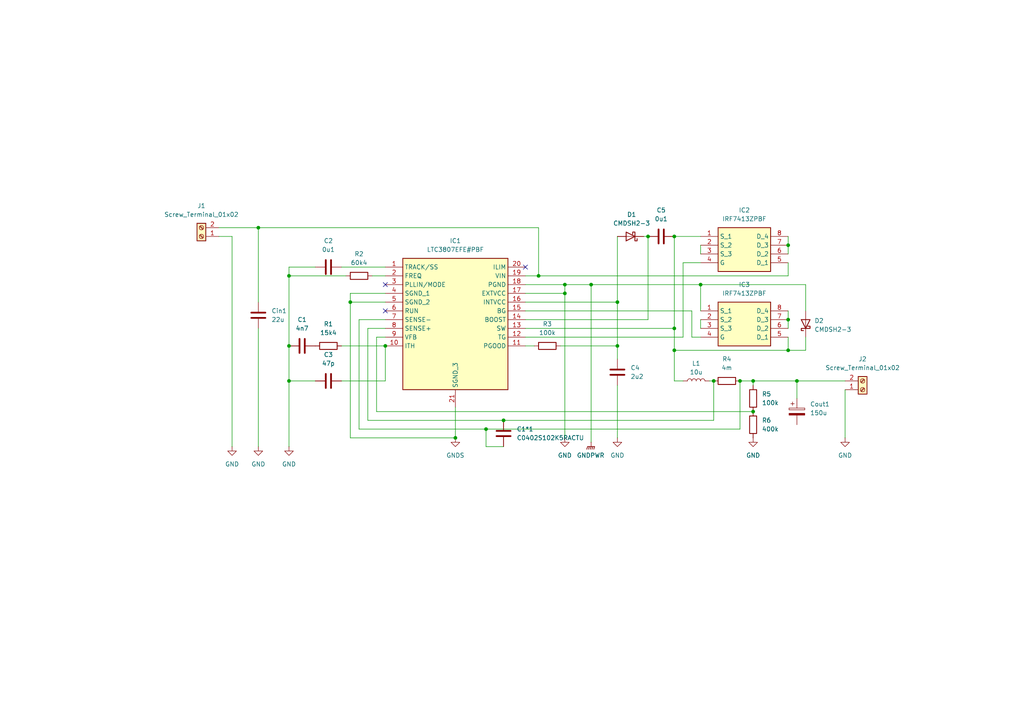
<source format=kicad_sch>
(kicad_sch
	(version 20231120)
	(generator "eeschema")
	(generator_version "8.0")
	(uuid "270a0c1d-99e0-47c8-a788-488ffbf33d34")
	(paper "A4")
	(title_block
		(title "Step-Down Converter")
		(date "2025-02-12")
		(rev "1.1")
	)
	(lib_symbols
		(symbol "Connector:Screw_Terminal_01x02"
			(pin_names
				(offset 1.016) hide)
			(exclude_from_sim no)
			(in_bom yes)
			(on_board yes)
			(property "Reference" "J"
				(at 0 2.54 0)
				(effects
					(font
						(size 1.27 1.27)
					)
				)
			)
			(property "Value" "Screw_Terminal_01x02"
				(at 0 -5.08 0)
				(effects
					(font
						(size 1.27 1.27)
					)
				)
			)
			(property "Footprint" ""
				(at 0 0 0)
				(effects
					(font
						(size 1.27 1.27)
					)
					(hide yes)
				)
			)
			(property "Datasheet" "~"
				(at 0 0 0)
				(effects
					(font
						(size 1.27 1.27)
					)
					(hide yes)
				)
			)
			(property "Description" "Generic screw terminal, single row, 01x02, script generated (kicad-library-utils/schlib/autogen/connector/)"
				(at 0 0 0)
				(effects
					(font
						(size 1.27 1.27)
					)
					(hide yes)
				)
			)
			(property "ki_keywords" "screw terminal"
				(at 0 0 0)
				(effects
					(font
						(size 1.27 1.27)
					)
					(hide yes)
				)
			)
			(property "ki_fp_filters" "TerminalBlock*:*"
				(at 0 0 0)
				(effects
					(font
						(size 1.27 1.27)
					)
					(hide yes)
				)
			)
			(symbol "Screw_Terminal_01x02_1_1"
				(rectangle
					(start -1.27 1.27)
					(end 1.27 -3.81)
					(stroke
						(width 0.254)
						(type default)
					)
					(fill
						(type background)
					)
				)
				(circle
					(center 0 -2.54)
					(radius 0.635)
					(stroke
						(width 0.1524)
						(type default)
					)
					(fill
						(type none)
					)
				)
				(polyline
					(pts
						(xy -0.5334 -2.2098) (xy 0.3302 -3.048)
					)
					(stroke
						(width 0.1524)
						(type default)
					)
					(fill
						(type none)
					)
				)
				(polyline
					(pts
						(xy -0.5334 0.3302) (xy 0.3302 -0.508)
					)
					(stroke
						(width 0.1524)
						(type default)
					)
					(fill
						(type none)
					)
				)
				(polyline
					(pts
						(xy -0.3556 -2.032) (xy 0.508 -2.8702)
					)
					(stroke
						(width 0.1524)
						(type default)
					)
					(fill
						(type none)
					)
				)
				(polyline
					(pts
						(xy -0.3556 0.508) (xy 0.508 -0.3302)
					)
					(stroke
						(width 0.1524)
						(type default)
					)
					(fill
						(type none)
					)
				)
				(circle
					(center 0 0)
					(radius 0.635)
					(stroke
						(width 0.1524)
						(type default)
					)
					(fill
						(type none)
					)
				)
				(pin passive line
					(at -5.08 0 0)
					(length 3.81)
					(name "Pin_1"
						(effects
							(font
								(size 1.27 1.27)
							)
						)
					)
					(number "1"
						(effects
							(font
								(size 1.27 1.27)
							)
						)
					)
				)
				(pin passive line
					(at -5.08 -2.54 0)
					(length 3.81)
					(name "Pin_2"
						(effects
							(font
								(size 1.27 1.27)
							)
						)
					)
					(number "2"
						(effects
							(font
								(size 1.27 1.27)
							)
						)
					)
				)
			)
		)
		(symbol "Device:C"
			(pin_numbers hide)
			(pin_names
				(offset 0.254)
			)
			(exclude_from_sim no)
			(in_bom yes)
			(on_board yes)
			(property "Reference" "C"
				(at 0.635 2.54 0)
				(effects
					(font
						(size 1.27 1.27)
					)
					(justify left)
				)
			)
			(property "Value" "C"
				(at 0.635 -2.54 0)
				(effects
					(font
						(size 1.27 1.27)
					)
					(justify left)
				)
			)
			(property "Footprint" ""
				(at 0.9652 -3.81 0)
				(effects
					(font
						(size 1.27 1.27)
					)
					(hide yes)
				)
			)
			(property "Datasheet" "~"
				(at 0 0 0)
				(effects
					(font
						(size 1.27 1.27)
					)
					(hide yes)
				)
			)
			(property "Description" "Unpolarized capacitor"
				(at 0 0 0)
				(effects
					(font
						(size 1.27 1.27)
					)
					(hide yes)
				)
			)
			(property "ki_keywords" "cap capacitor"
				(at 0 0 0)
				(effects
					(font
						(size 1.27 1.27)
					)
					(hide yes)
				)
			)
			(property "ki_fp_filters" "C_*"
				(at 0 0 0)
				(effects
					(font
						(size 1.27 1.27)
					)
					(hide yes)
				)
			)
			(symbol "C_0_1"
				(polyline
					(pts
						(xy -2.032 -0.762) (xy 2.032 -0.762)
					)
					(stroke
						(width 0.508)
						(type default)
					)
					(fill
						(type none)
					)
				)
				(polyline
					(pts
						(xy -2.032 0.762) (xy 2.032 0.762)
					)
					(stroke
						(width 0.508)
						(type default)
					)
					(fill
						(type none)
					)
				)
			)
			(symbol "C_1_1"
				(pin passive line
					(at 0 3.81 270)
					(length 2.794)
					(name "~"
						(effects
							(font
								(size 1.27 1.27)
							)
						)
					)
					(number "1"
						(effects
							(font
								(size 1.27 1.27)
							)
						)
					)
				)
				(pin passive line
					(at 0 -3.81 90)
					(length 2.794)
					(name "~"
						(effects
							(font
								(size 1.27 1.27)
							)
						)
					)
					(number "2"
						(effects
							(font
								(size 1.27 1.27)
							)
						)
					)
				)
			)
		)
		(symbol "Device:C_Polarized"
			(pin_numbers hide)
			(pin_names
				(offset 0.254)
			)
			(exclude_from_sim no)
			(in_bom yes)
			(on_board yes)
			(property "Reference" "C"
				(at 0.635 2.54 0)
				(effects
					(font
						(size 1.27 1.27)
					)
					(justify left)
				)
			)
			(property "Value" "C_Polarized"
				(at 0.635 -2.54 0)
				(effects
					(font
						(size 1.27 1.27)
					)
					(justify left)
				)
			)
			(property "Footprint" ""
				(at 0.9652 -3.81 0)
				(effects
					(font
						(size 1.27 1.27)
					)
					(hide yes)
				)
			)
			(property "Datasheet" "~"
				(at 0 0 0)
				(effects
					(font
						(size 1.27 1.27)
					)
					(hide yes)
				)
			)
			(property "Description" "Polarized capacitor"
				(at 0 0 0)
				(effects
					(font
						(size 1.27 1.27)
					)
					(hide yes)
				)
			)
			(property "ki_keywords" "cap capacitor"
				(at 0 0 0)
				(effects
					(font
						(size 1.27 1.27)
					)
					(hide yes)
				)
			)
			(property "ki_fp_filters" "CP_*"
				(at 0 0 0)
				(effects
					(font
						(size 1.27 1.27)
					)
					(hide yes)
				)
			)
			(symbol "C_Polarized_0_1"
				(rectangle
					(start -2.286 0.508)
					(end 2.286 1.016)
					(stroke
						(width 0)
						(type default)
					)
					(fill
						(type none)
					)
				)
				(polyline
					(pts
						(xy -1.778 2.286) (xy -0.762 2.286)
					)
					(stroke
						(width 0)
						(type default)
					)
					(fill
						(type none)
					)
				)
				(polyline
					(pts
						(xy -1.27 2.794) (xy -1.27 1.778)
					)
					(stroke
						(width 0)
						(type default)
					)
					(fill
						(type none)
					)
				)
				(rectangle
					(start 2.286 -0.508)
					(end -2.286 -1.016)
					(stroke
						(width 0)
						(type default)
					)
					(fill
						(type outline)
					)
				)
			)
			(symbol "C_Polarized_1_1"
				(pin passive line
					(at 0 3.81 270)
					(length 2.794)
					(name "~"
						(effects
							(font
								(size 1.27 1.27)
							)
						)
					)
					(number "1"
						(effects
							(font
								(size 1.27 1.27)
							)
						)
					)
				)
				(pin passive line
					(at 0 -3.81 90)
					(length 2.794)
					(name "~"
						(effects
							(font
								(size 1.27 1.27)
							)
						)
					)
					(number "2"
						(effects
							(font
								(size 1.27 1.27)
							)
						)
					)
				)
			)
		)
		(symbol "Device:D_Schottky"
			(pin_numbers hide)
			(pin_names
				(offset 1.016) hide)
			(exclude_from_sim no)
			(in_bom yes)
			(on_board yes)
			(property "Reference" "D"
				(at 0 2.54 0)
				(effects
					(font
						(size 1.27 1.27)
					)
				)
			)
			(property "Value" "D_Schottky"
				(at 0 -2.54 0)
				(effects
					(font
						(size 1.27 1.27)
					)
				)
			)
			(property "Footprint" ""
				(at 0 0 0)
				(effects
					(font
						(size 1.27 1.27)
					)
					(hide yes)
				)
			)
			(property "Datasheet" "~"
				(at 0 0 0)
				(effects
					(font
						(size 1.27 1.27)
					)
					(hide yes)
				)
			)
			(property "Description" "Schottky diode"
				(at 0 0 0)
				(effects
					(font
						(size 1.27 1.27)
					)
					(hide yes)
				)
			)
			(property "ki_keywords" "diode Schottky"
				(at 0 0 0)
				(effects
					(font
						(size 1.27 1.27)
					)
					(hide yes)
				)
			)
			(property "ki_fp_filters" "TO-???* *_Diode_* *SingleDiode* D_*"
				(at 0 0 0)
				(effects
					(font
						(size 1.27 1.27)
					)
					(hide yes)
				)
			)
			(symbol "D_Schottky_0_1"
				(polyline
					(pts
						(xy 1.27 0) (xy -1.27 0)
					)
					(stroke
						(width 0)
						(type default)
					)
					(fill
						(type none)
					)
				)
				(polyline
					(pts
						(xy 1.27 1.27) (xy 1.27 -1.27) (xy -1.27 0) (xy 1.27 1.27)
					)
					(stroke
						(width 0.254)
						(type default)
					)
					(fill
						(type none)
					)
				)
				(polyline
					(pts
						(xy -1.905 0.635) (xy -1.905 1.27) (xy -1.27 1.27) (xy -1.27 -1.27) (xy -0.635 -1.27) (xy -0.635 -0.635)
					)
					(stroke
						(width 0.254)
						(type default)
					)
					(fill
						(type none)
					)
				)
			)
			(symbol "D_Schottky_1_1"
				(pin passive line
					(at -3.81 0 0)
					(length 2.54)
					(name "K"
						(effects
							(font
								(size 1.27 1.27)
							)
						)
					)
					(number "1"
						(effects
							(font
								(size 1.27 1.27)
							)
						)
					)
				)
				(pin passive line
					(at 3.81 0 180)
					(length 2.54)
					(name "A"
						(effects
							(font
								(size 1.27 1.27)
							)
						)
					)
					(number "2"
						(effects
							(font
								(size 1.27 1.27)
							)
						)
					)
				)
			)
		)
		(symbol "Device:L"
			(pin_numbers hide)
			(pin_names
				(offset 1.016) hide)
			(exclude_from_sim no)
			(in_bom yes)
			(on_board yes)
			(property "Reference" "L"
				(at -1.27 0 90)
				(effects
					(font
						(size 1.27 1.27)
					)
				)
			)
			(property "Value" "L"
				(at 1.905 0 90)
				(effects
					(font
						(size 1.27 1.27)
					)
				)
			)
			(property "Footprint" ""
				(at 0 0 0)
				(effects
					(font
						(size 1.27 1.27)
					)
					(hide yes)
				)
			)
			(property "Datasheet" "~"
				(at 0 0 0)
				(effects
					(font
						(size 1.27 1.27)
					)
					(hide yes)
				)
			)
			(property "Description" "Inductor"
				(at 0 0 0)
				(effects
					(font
						(size 1.27 1.27)
					)
					(hide yes)
				)
			)
			(property "ki_keywords" "inductor choke coil reactor magnetic"
				(at 0 0 0)
				(effects
					(font
						(size 1.27 1.27)
					)
					(hide yes)
				)
			)
			(property "ki_fp_filters" "Choke_* *Coil* Inductor_* L_*"
				(at 0 0 0)
				(effects
					(font
						(size 1.27 1.27)
					)
					(hide yes)
				)
			)
			(symbol "L_0_1"
				(arc
					(start 0 -2.54)
					(mid 0.6323 -1.905)
					(end 0 -1.27)
					(stroke
						(width 0)
						(type default)
					)
					(fill
						(type none)
					)
				)
				(arc
					(start 0 -1.27)
					(mid 0.6323 -0.635)
					(end 0 0)
					(stroke
						(width 0)
						(type default)
					)
					(fill
						(type none)
					)
				)
				(arc
					(start 0 0)
					(mid 0.6323 0.635)
					(end 0 1.27)
					(stroke
						(width 0)
						(type default)
					)
					(fill
						(type none)
					)
				)
				(arc
					(start 0 1.27)
					(mid 0.6323 1.905)
					(end 0 2.54)
					(stroke
						(width 0)
						(type default)
					)
					(fill
						(type none)
					)
				)
			)
			(symbol "L_1_1"
				(pin passive line
					(at 0 3.81 270)
					(length 1.27)
					(name "1"
						(effects
							(font
								(size 1.27 1.27)
							)
						)
					)
					(number "1"
						(effects
							(font
								(size 1.27 1.27)
							)
						)
					)
				)
				(pin passive line
					(at 0 -3.81 90)
					(length 1.27)
					(name "2"
						(effects
							(font
								(size 1.27 1.27)
							)
						)
					)
					(number "2"
						(effects
							(font
								(size 1.27 1.27)
							)
						)
					)
				)
			)
		)
		(symbol "Device:R"
			(pin_numbers hide)
			(pin_names
				(offset 0)
			)
			(exclude_from_sim no)
			(in_bom yes)
			(on_board yes)
			(property "Reference" "R"
				(at 2.032 0 90)
				(effects
					(font
						(size 1.27 1.27)
					)
				)
			)
			(property "Value" "R"
				(at 0 0 90)
				(effects
					(font
						(size 1.27 1.27)
					)
				)
			)
			(property "Footprint" ""
				(at -1.778 0 90)
				(effects
					(font
						(size 1.27 1.27)
					)
					(hide yes)
				)
			)
			(property "Datasheet" "~"
				(at 0 0 0)
				(effects
					(font
						(size 1.27 1.27)
					)
					(hide yes)
				)
			)
			(property "Description" "Resistor"
				(at 0 0 0)
				(effects
					(font
						(size 1.27 1.27)
					)
					(hide yes)
				)
			)
			(property "ki_keywords" "R res resistor"
				(at 0 0 0)
				(effects
					(font
						(size 1.27 1.27)
					)
					(hide yes)
				)
			)
			(property "ki_fp_filters" "R_*"
				(at 0 0 0)
				(effects
					(font
						(size 1.27 1.27)
					)
					(hide yes)
				)
			)
			(symbol "R_0_1"
				(rectangle
					(start -1.016 -2.54)
					(end 1.016 2.54)
					(stroke
						(width 0.254)
						(type default)
					)
					(fill
						(type none)
					)
				)
			)
			(symbol "R_1_1"
				(pin passive line
					(at 0 3.81 270)
					(length 1.27)
					(name "~"
						(effects
							(font
								(size 1.27 1.27)
							)
						)
					)
					(number "1"
						(effects
							(font
								(size 1.27 1.27)
							)
						)
					)
				)
				(pin passive line
					(at 0 -3.81 90)
					(length 1.27)
					(name "~"
						(effects
							(font
								(size 1.27 1.27)
							)
						)
					)
					(number "2"
						(effects
							(font
								(size 1.27 1.27)
							)
						)
					)
				)
			)
		)
		(symbol "IRF7413ZPBF:IRF7413ZPBF"
			(exclude_from_sim no)
			(in_bom yes)
			(on_board yes)
			(property "Reference" "IC"
				(at 21.59 7.62 0)
				(effects
					(font
						(size 1.27 1.27)
					)
					(justify left top)
				)
			)
			(property "Value" "IRF7413ZPBF"
				(at 21.59 5.08 0)
				(effects
					(font
						(size 1.27 1.27)
					)
					(justify left top)
				)
			)
			(property "Footprint" "SOIC127P600X175-8N"
				(at 21.59 -94.92 0)
				(effects
					(font
						(size 1.27 1.27)
					)
					(justify left top)
					(hide yes)
				)
			)
			(property "Datasheet" "https://componentsearchengine.com/Datasheets/1/IRF7413ZPBF.pdf"
				(at 21.59 -194.92 0)
				(effects
					(font
						(size 1.27 1.27)
					)
					(justify left top)
					(hide yes)
				)
			)
			(property "Description" "MOSFET N-Ch 30V 13A HEXFET Low Ron SOIC8 Infineon IRF7413ZPBF N-channel MOSFET Transistor, 13 A, 30 V, 8-Pin SOIC"
				(at 0 0 0)
				(effects
					(font
						(size 1.27 1.27)
					)
					(hide yes)
				)
			)
			(property "Height" "1.75"
				(at 21.59 -394.92 0)
				(effects
					(font
						(size 1.27 1.27)
					)
					(justify left top)
					(hide yes)
				)
			)
			(property "Mouser Part Number" "942-IRF7413ZPBF"
				(at 21.59 -494.92 0)
				(effects
					(font
						(size 1.27 1.27)
					)
					(justify left top)
					(hide yes)
				)
			)
			(property "Mouser Price/Stock" "https://www.mouser.com/Search/Refine.aspx?Keyword=942-IRF7413ZPBF"
				(at 21.59 -594.92 0)
				(effects
					(font
						(size 1.27 1.27)
					)
					(justify left top)
					(hide yes)
				)
			)
			(property "Manufacturer_Name" "Infineon"
				(at 21.59 -694.92 0)
				(effects
					(font
						(size 1.27 1.27)
					)
					(justify left top)
					(hide yes)
				)
			)
			(property "Manufacturer_Part_Number" "IRF7413ZPBF"
				(at 21.59 -794.92 0)
				(effects
					(font
						(size 1.27 1.27)
					)
					(justify left top)
					(hide yes)
				)
			)
			(symbol "IRF7413ZPBF_1_1"
				(rectangle
					(start 5.08 2.54)
					(end 20.32 -10.16)
					(stroke
						(width 0.254)
						(type default)
					)
					(fill
						(type background)
					)
				)
				(pin passive line
					(at 0 0 0)
					(length 5.08)
					(name "S_1"
						(effects
							(font
								(size 1.27 1.27)
							)
						)
					)
					(number "1"
						(effects
							(font
								(size 1.27 1.27)
							)
						)
					)
				)
				(pin passive line
					(at 0 -2.54 0)
					(length 5.08)
					(name "S_2"
						(effects
							(font
								(size 1.27 1.27)
							)
						)
					)
					(number "2"
						(effects
							(font
								(size 1.27 1.27)
							)
						)
					)
				)
				(pin passive line
					(at 0 -5.08 0)
					(length 5.08)
					(name "S_3"
						(effects
							(font
								(size 1.27 1.27)
							)
						)
					)
					(number "3"
						(effects
							(font
								(size 1.27 1.27)
							)
						)
					)
				)
				(pin passive line
					(at 0 -7.62 0)
					(length 5.08)
					(name "G"
						(effects
							(font
								(size 1.27 1.27)
							)
						)
					)
					(number "4"
						(effects
							(font
								(size 1.27 1.27)
							)
						)
					)
				)
				(pin passive line
					(at 25.4 -7.62 180)
					(length 5.08)
					(name "D_1"
						(effects
							(font
								(size 1.27 1.27)
							)
						)
					)
					(number "5"
						(effects
							(font
								(size 1.27 1.27)
							)
						)
					)
				)
				(pin passive line
					(at 25.4 -5.08 180)
					(length 5.08)
					(name "D_2"
						(effects
							(font
								(size 1.27 1.27)
							)
						)
					)
					(number "6"
						(effects
							(font
								(size 1.27 1.27)
							)
						)
					)
				)
				(pin passive line
					(at 25.4 -2.54 180)
					(length 5.08)
					(name "D_3"
						(effects
							(font
								(size 1.27 1.27)
							)
						)
					)
					(number "7"
						(effects
							(font
								(size 1.27 1.27)
							)
						)
					)
				)
				(pin passive line
					(at 25.4 0 180)
					(length 5.08)
					(name "D_4"
						(effects
							(font
								(size 1.27 1.27)
							)
						)
					)
					(number "8"
						(effects
							(font
								(size 1.27 1.27)
							)
						)
					)
				)
			)
		)
		(symbol "LTC3807EFE#PBF:LTC3807EFE#PBF"
			(exclude_from_sim no)
			(in_bom yes)
			(on_board yes)
			(property "Reference" "IC"
				(at 36.83 7.62 0)
				(effects
					(font
						(size 1.27 1.27)
					)
					(justify left top)
				)
			)
			(property "Value" "LTC3807EFE#PBF"
				(at 36.83 5.08 0)
				(effects
					(font
						(size 1.27 1.27)
					)
					(justify left top)
				)
			)
			(property "Footprint" "SOP65P640X120-21N"
				(at 36.83 -94.92 0)
				(effects
					(font
						(size 1.27 1.27)
					)
					(justify left top)
					(hide yes)
				)
			)
			(property "Datasheet" "https://www.arrow.com/en/products/ltc3807efepbf/analog-devices"
				(at 36.83 -194.92 0)
				(effects
					(font
						(size 1.27 1.27)
					)
					(justify left top)
					(hide yes)
				)
			)
			(property "Description" "Switching Voltage Regulators Low IQ, Synchronous Step-Down Controller with 24V Output Voltage Capability"
				(at 0 0 0)
				(effects
					(font
						(size 1.27 1.27)
					)
					(hide yes)
				)
			)
			(property "Height" "1.2"
				(at 36.83 -394.92 0)
				(effects
					(font
						(size 1.27 1.27)
					)
					(justify left top)
					(hide yes)
				)
			)
			(property "Mouser Part Number" "584-LTC3807EFE#PBF"
				(at 36.83 -494.92 0)
				(effects
					(font
						(size 1.27 1.27)
					)
					(justify left top)
					(hide yes)
				)
			)
			(property "Mouser Price/Stock" "https://www.mouser.co.uk/ProductDetail/Analog-Devices/LTC3807EFEPBF?qs=hVkxg5c3xu%252BO18IFpsiEMQ%3D%3D"
				(at 36.83 -594.92 0)
				(effects
					(font
						(size 1.27 1.27)
					)
					(justify left top)
					(hide yes)
				)
			)
			(property "Manufacturer_Name" "Analog Devices"
				(at 36.83 -694.92 0)
				(effects
					(font
						(size 1.27 1.27)
					)
					(justify left top)
					(hide yes)
				)
			)
			(property "Manufacturer_Part_Number" "LTC3807EFE#PBF"
				(at 36.83 -794.92 0)
				(effects
					(font
						(size 1.27 1.27)
					)
					(justify left top)
					(hide yes)
				)
			)
			(symbol "LTC3807EFE#PBF_1_1"
				(rectangle
					(start 5.08 2.54)
					(end 35.56 -35.56)
					(stroke
						(width 0.254)
						(type default)
					)
					(fill
						(type background)
					)
				)
				(pin passive line
					(at 0 0 0)
					(length 5.08)
					(name "TRACK/SS"
						(effects
							(font
								(size 1.27 1.27)
							)
						)
					)
					(number "1"
						(effects
							(font
								(size 1.27 1.27)
							)
						)
					)
				)
				(pin passive line
					(at 0 -22.86 0)
					(length 5.08)
					(name "ITH"
						(effects
							(font
								(size 1.27 1.27)
							)
						)
					)
					(number "10"
						(effects
							(font
								(size 1.27 1.27)
							)
						)
					)
				)
				(pin passive line
					(at 40.64 -22.86 180)
					(length 5.08)
					(name "PGOOD"
						(effects
							(font
								(size 1.27 1.27)
							)
						)
					)
					(number "11"
						(effects
							(font
								(size 1.27 1.27)
							)
						)
					)
				)
				(pin passive line
					(at 40.64 -20.32 180)
					(length 5.08)
					(name "TG"
						(effects
							(font
								(size 1.27 1.27)
							)
						)
					)
					(number "12"
						(effects
							(font
								(size 1.27 1.27)
							)
						)
					)
				)
				(pin passive line
					(at 40.64 -17.78 180)
					(length 5.08)
					(name "SW"
						(effects
							(font
								(size 1.27 1.27)
							)
						)
					)
					(number "13"
						(effects
							(font
								(size 1.27 1.27)
							)
						)
					)
				)
				(pin passive line
					(at 40.64 -15.24 180)
					(length 5.08)
					(name "BOOST"
						(effects
							(font
								(size 1.27 1.27)
							)
						)
					)
					(number "14"
						(effects
							(font
								(size 1.27 1.27)
							)
						)
					)
				)
				(pin passive line
					(at 40.64 -12.7 180)
					(length 5.08)
					(name "BG"
						(effects
							(font
								(size 1.27 1.27)
							)
						)
					)
					(number "15"
						(effects
							(font
								(size 1.27 1.27)
							)
						)
					)
				)
				(pin passive line
					(at 40.64 -10.16 180)
					(length 5.08)
					(name "INTVCC"
						(effects
							(font
								(size 1.27 1.27)
							)
						)
					)
					(number "16"
						(effects
							(font
								(size 1.27 1.27)
							)
						)
					)
				)
				(pin passive line
					(at 40.64 -7.62 180)
					(length 5.08)
					(name "EXTVCC"
						(effects
							(font
								(size 1.27 1.27)
							)
						)
					)
					(number "17"
						(effects
							(font
								(size 1.27 1.27)
							)
						)
					)
				)
				(pin passive line
					(at 40.64 -5.08 180)
					(length 5.08)
					(name "PGND"
						(effects
							(font
								(size 1.27 1.27)
							)
						)
					)
					(number "18"
						(effects
							(font
								(size 1.27 1.27)
							)
						)
					)
				)
				(pin passive line
					(at 40.64 -2.54 180)
					(length 5.08)
					(name "VIN"
						(effects
							(font
								(size 1.27 1.27)
							)
						)
					)
					(number "19"
						(effects
							(font
								(size 1.27 1.27)
							)
						)
					)
				)
				(pin passive line
					(at 0 -2.54 0)
					(length 5.08)
					(name "FREQ"
						(effects
							(font
								(size 1.27 1.27)
							)
						)
					)
					(number "2"
						(effects
							(font
								(size 1.27 1.27)
							)
						)
					)
				)
				(pin passive line
					(at 40.64 0 180)
					(length 5.08)
					(name "ILIM"
						(effects
							(font
								(size 1.27 1.27)
							)
						)
					)
					(number "20"
						(effects
							(font
								(size 1.27 1.27)
							)
						)
					)
				)
				(pin passive line
					(at 20.32 -40.64 90)
					(length 5.08)
					(name "SGND_3"
						(effects
							(font
								(size 1.27 1.27)
							)
						)
					)
					(number "21"
						(effects
							(font
								(size 1.27 1.27)
							)
						)
					)
				)
				(pin passive line
					(at 0 -5.08 0)
					(length 5.08)
					(name "PLLIN/MODE"
						(effects
							(font
								(size 1.27 1.27)
							)
						)
					)
					(number "3"
						(effects
							(font
								(size 1.27 1.27)
							)
						)
					)
				)
				(pin passive line
					(at 0 -7.62 0)
					(length 5.08)
					(name "SGND_1"
						(effects
							(font
								(size 1.27 1.27)
							)
						)
					)
					(number "4"
						(effects
							(font
								(size 1.27 1.27)
							)
						)
					)
				)
				(pin passive line
					(at 0 -10.16 0)
					(length 5.08)
					(name "SGND_2"
						(effects
							(font
								(size 1.27 1.27)
							)
						)
					)
					(number "5"
						(effects
							(font
								(size 1.27 1.27)
							)
						)
					)
				)
				(pin passive line
					(at 0 -12.7 0)
					(length 5.08)
					(name "RUN"
						(effects
							(font
								(size 1.27 1.27)
							)
						)
					)
					(number "6"
						(effects
							(font
								(size 1.27 1.27)
							)
						)
					)
				)
				(pin passive line
					(at 0 -15.24 0)
					(length 5.08)
					(name "SENSE-"
						(effects
							(font
								(size 1.27 1.27)
							)
						)
					)
					(number "7"
						(effects
							(font
								(size 1.27 1.27)
							)
						)
					)
				)
				(pin passive line
					(at 0 -17.78 0)
					(length 5.08)
					(name "SENSE+"
						(effects
							(font
								(size 1.27 1.27)
							)
						)
					)
					(number "8"
						(effects
							(font
								(size 1.27 1.27)
							)
						)
					)
				)
				(pin passive line
					(at 0 -20.32 0)
					(length 5.08)
					(name "VFB"
						(effects
							(font
								(size 1.27 1.27)
							)
						)
					)
					(number "9"
						(effects
							(font
								(size 1.27 1.27)
							)
						)
					)
				)
			)
		)
		(symbol "power:GND"
			(power)
			(pin_numbers hide)
			(pin_names
				(offset 0) hide)
			(exclude_from_sim no)
			(in_bom yes)
			(on_board yes)
			(property "Reference" "#PWR"
				(at 0 -6.35 0)
				(effects
					(font
						(size 1.27 1.27)
					)
					(hide yes)
				)
			)
			(property "Value" "GND"
				(at 0 -3.81 0)
				(effects
					(font
						(size 1.27 1.27)
					)
				)
			)
			(property "Footprint" ""
				(at 0 0 0)
				(effects
					(font
						(size 1.27 1.27)
					)
					(hide yes)
				)
			)
			(property "Datasheet" ""
				(at 0 0 0)
				(effects
					(font
						(size 1.27 1.27)
					)
					(hide yes)
				)
			)
			(property "Description" "Power symbol creates a global label with name \"GND\" , ground"
				(at 0 0 0)
				(effects
					(font
						(size 1.27 1.27)
					)
					(hide yes)
				)
			)
			(property "ki_keywords" "global power"
				(at 0 0 0)
				(effects
					(font
						(size 1.27 1.27)
					)
					(hide yes)
				)
			)
			(symbol "GND_0_1"
				(polyline
					(pts
						(xy 0 0) (xy 0 -1.27) (xy 1.27 -1.27) (xy 0 -2.54) (xy -1.27 -1.27) (xy 0 -1.27)
					)
					(stroke
						(width 0)
						(type default)
					)
					(fill
						(type none)
					)
				)
			)
			(symbol "GND_1_1"
				(pin power_in line
					(at 0 0 270)
					(length 0)
					(name "~"
						(effects
							(font
								(size 1.27 1.27)
							)
						)
					)
					(number "1"
						(effects
							(font
								(size 1.27 1.27)
							)
						)
					)
				)
			)
		)
		(symbol "power:GNDPWR"
			(power)
			(pin_numbers hide)
			(pin_names
				(offset 0) hide)
			(exclude_from_sim no)
			(in_bom yes)
			(on_board yes)
			(property "Reference" "#PWR"
				(at 0 -5.08 0)
				(effects
					(font
						(size 1.27 1.27)
					)
					(hide yes)
				)
			)
			(property "Value" "GNDPWR"
				(at 0 -3.302 0)
				(effects
					(font
						(size 1.27 1.27)
					)
				)
			)
			(property "Footprint" ""
				(at 0 -1.27 0)
				(effects
					(font
						(size 1.27 1.27)
					)
					(hide yes)
				)
			)
			(property "Datasheet" ""
				(at 0 -1.27 0)
				(effects
					(font
						(size 1.27 1.27)
					)
					(hide yes)
				)
			)
			(property "Description" "Power symbol creates a global label with name \"GNDPWR\" , global ground"
				(at 0 0 0)
				(effects
					(font
						(size 1.27 1.27)
					)
					(hide yes)
				)
			)
			(property "ki_keywords" "global ground"
				(at 0 0 0)
				(effects
					(font
						(size 1.27 1.27)
					)
					(hide yes)
				)
			)
			(symbol "GNDPWR_0_1"
				(polyline
					(pts
						(xy 0 -1.27) (xy 0 0)
					)
					(stroke
						(width 0)
						(type default)
					)
					(fill
						(type none)
					)
				)
				(polyline
					(pts
						(xy -1.016 -1.27) (xy -1.27 -2.032) (xy -1.27 -2.032)
					)
					(stroke
						(width 0.2032)
						(type default)
					)
					(fill
						(type none)
					)
				)
				(polyline
					(pts
						(xy -0.508 -1.27) (xy -0.762 -2.032) (xy -0.762 -2.032)
					)
					(stroke
						(width 0.2032)
						(type default)
					)
					(fill
						(type none)
					)
				)
				(polyline
					(pts
						(xy 0 -1.27) (xy -0.254 -2.032) (xy -0.254 -2.032)
					)
					(stroke
						(width 0.2032)
						(type default)
					)
					(fill
						(type none)
					)
				)
				(polyline
					(pts
						(xy 0.508 -1.27) (xy 0.254 -2.032) (xy 0.254 -2.032)
					)
					(stroke
						(width 0.2032)
						(type default)
					)
					(fill
						(type none)
					)
				)
				(polyline
					(pts
						(xy 1.016 -1.27) (xy -1.016 -1.27) (xy -1.016 -1.27)
					)
					(stroke
						(width 0.2032)
						(type default)
					)
					(fill
						(type none)
					)
				)
				(polyline
					(pts
						(xy 1.016 -1.27) (xy 0.762 -2.032) (xy 0.762 -2.032) (xy 0.762 -2.032)
					)
					(stroke
						(width 0.2032)
						(type default)
					)
					(fill
						(type none)
					)
				)
			)
			(symbol "GNDPWR_1_1"
				(pin power_in line
					(at 0 0 270)
					(length 0)
					(name "~"
						(effects
							(font
								(size 1.27 1.27)
							)
						)
					)
					(number "1"
						(effects
							(font
								(size 1.27 1.27)
							)
						)
					)
				)
			)
		)
		(symbol "power:GNDS"
			(power)
			(pin_numbers hide)
			(pin_names
				(offset 0) hide)
			(exclude_from_sim no)
			(in_bom yes)
			(on_board yes)
			(property "Reference" "#PWR"
				(at 0 -6.35 0)
				(effects
					(font
						(size 1.27 1.27)
					)
					(hide yes)
				)
			)
			(property "Value" "GNDS"
				(at 0 -3.81 0)
				(effects
					(font
						(size 1.27 1.27)
					)
				)
			)
			(property "Footprint" ""
				(at 0 0 0)
				(effects
					(font
						(size 1.27 1.27)
					)
					(hide yes)
				)
			)
			(property "Datasheet" ""
				(at 0 0 0)
				(effects
					(font
						(size 1.27 1.27)
					)
					(hide yes)
				)
			)
			(property "Description" "Power symbol creates a global label with name \"GNDS\" , signal ground"
				(at 0 0 0)
				(effects
					(font
						(size 1.27 1.27)
					)
					(hide yes)
				)
			)
			(property "ki_keywords" "global power"
				(at 0 0 0)
				(effects
					(font
						(size 1.27 1.27)
					)
					(hide yes)
				)
			)
			(symbol "GNDS_0_1"
				(polyline
					(pts
						(xy 0 0) (xy 0 -1.27) (xy 1.27 -1.27) (xy 0 -2.54) (xy -1.27 -1.27) (xy 0 -1.27)
					)
					(stroke
						(width 0)
						(type default)
					)
					(fill
						(type none)
					)
				)
			)
			(symbol "GNDS_1_1"
				(pin power_in line
					(at 0 0 270)
					(length 0)
					(name "~"
						(effects
							(font
								(size 1.27 1.27)
							)
						)
					)
					(number "1"
						(effects
							(font
								(size 1.27 1.27)
							)
						)
					)
				)
			)
		)
	)
	(junction
		(at 228.6 71.12)
		(diameter 0)
		(color 0 0 0 0)
		(uuid "02da4e67-5c9b-4990-b7ba-d20b485a7dfc")
	)
	(junction
		(at 101.6 87.63)
		(diameter 0)
		(color 0 0 0 0)
		(uuid "094c6099-401d-4e33-a533-4c0b5d098038")
	)
	(junction
		(at 111.76 100.33)
		(diameter 0)
		(color 0 0 0 0)
		(uuid "0fb1e7e3-fbf7-4147-aef1-a5afef3b9a2a")
	)
	(junction
		(at 140.97 124.46)
		(diameter 0)
		(color 0 0 0 0)
		(uuid "1881c055-3b9d-4f41-9a01-bea27a61fed4")
	)
	(junction
		(at 195.58 68.58)
		(diameter 0)
		(color 0 0 0 0)
		(uuid "1fc841a1-b3f1-46f6-be31-c29c101d26d2")
	)
	(junction
		(at 132.08 127)
		(diameter 0)
		(color 0 0 0 0)
		(uuid "32798780-3efa-4cf6-9224-ce9d92672317")
	)
	(junction
		(at 83.82 100.33)
		(diameter 0)
		(color 0 0 0 0)
		(uuid "38c48918-4ef2-4a8e-b7bc-e1abc25c3303")
	)
	(junction
		(at 179.07 100.33)
		(diameter 0)
		(color 0 0 0 0)
		(uuid "4c653971-dd2a-47cb-83b9-582c71654e74")
	)
	(junction
		(at 171.45 82.55)
		(diameter 0)
		(color 0 0 0 0)
		(uuid "4ce8af57-27b3-4b96-9636-00b7796ffccb")
	)
	(junction
		(at 207.01 110.49)
		(diameter 0)
		(color 0 0 0 0)
		(uuid "59ae231b-71c1-41f7-ae5f-5a4bf91f1401")
	)
	(junction
		(at 83.82 110.49)
		(diameter 0)
		(color 0 0 0 0)
		(uuid "6330b553-cd6d-4a68-9325-e8e781f4cdd7")
	)
	(junction
		(at 195.58 95.25)
		(diameter 0)
		(color 0 0 0 0)
		(uuid "67ac08ec-511c-4a3e-ae5a-16f4afc9bfc1")
	)
	(junction
		(at 179.07 87.63)
		(diameter 0)
		(color 0 0 0 0)
		(uuid "7484931d-e97a-47dc-a29f-fde26e52a053")
	)
	(junction
		(at 187.96 68.58)
		(diameter 0)
		(color 0 0 0 0)
		(uuid "8f97c32b-5a41-4c14-a463-4d0cda7e6bc2")
	)
	(junction
		(at 146.05 121.92)
		(diameter 0)
		(color 0 0 0 0)
		(uuid "92edd3aa-d578-4672-8d83-c159e5b51798")
	)
	(junction
		(at 214.63 110.49)
		(diameter 0)
		(color 0 0 0 0)
		(uuid "a64fc6bc-9d19-4665-b9bd-d6aea8a67670")
	)
	(junction
		(at 203.2 82.55)
		(diameter 0)
		(color 0 0 0 0)
		(uuid "ac918d97-b8b2-4a29-afea-15823eabacb2")
	)
	(junction
		(at 83.82 80.01)
		(diameter 0)
		(color 0 0 0 0)
		(uuid "b42a070f-0a50-4239-b184-c5c77cf5fadf")
	)
	(junction
		(at 163.83 85.09)
		(diameter 0)
		(color 0 0 0 0)
		(uuid "b619a207-d4d6-4760-be8e-80a12088b5fc")
	)
	(junction
		(at 156.21 80.01)
		(diameter 0)
		(color 0 0 0 0)
		(uuid "ba1d823e-1e55-48bd-bb08-1dc6c6d5a46d")
	)
	(junction
		(at 195.58 101.6)
		(diameter 0)
		(color 0 0 0 0)
		(uuid "bdc10776-517a-41e7-8911-3f79cfd2ab5a")
	)
	(junction
		(at 228.6 101.6)
		(diameter 0)
		(color 0 0 0 0)
		(uuid "c26f3b1d-be1a-472f-ac01-41b107fdc041")
	)
	(junction
		(at 231.14 110.49)
		(diameter 0)
		(color 0 0 0 0)
		(uuid "d8c88903-3510-4a4e-a438-42f8c6d15242")
	)
	(junction
		(at 218.44 119.38)
		(diameter 0)
		(color 0 0 0 0)
		(uuid "e0317aea-f59c-4344-9898-9091a93df724")
	)
	(junction
		(at 218.44 110.49)
		(diameter 0)
		(color 0 0 0 0)
		(uuid "ed98daca-3797-4d4b-a6d6-e8e000e843cf")
	)
	(junction
		(at 228.6 92.71)
		(diameter 0)
		(color 0 0 0 0)
		(uuid "f58a96b5-65b7-43bd-8cf0-202a03dd59ba")
	)
	(junction
		(at 163.83 82.55)
		(diameter 0)
		(color 0 0 0 0)
		(uuid "f735bf51-f94d-4328-9b4d-8d7fe0827cc9")
	)
	(junction
		(at 74.93 66.04)
		(diameter 0)
		(color 0 0 0 0)
		(uuid "fcc709b0-606f-4c11-a801-a107c60f3714")
	)
	(no_connect
		(at 111.76 90.17)
		(uuid "3574a2ec-2705-41b2-9c1f-888c40363e6d")
	)
	(no_connect
		(at 111.76 82.55)
		(uuid "42347547-403b-447f-95ac-845f118fb114")
	)
	(no_connect
		(at 152.4 77.47)
		(uuid "a20d66be-af4b-4a83-80a2-25f26fd3a7bc")
	)
	(wire
		(pts
			(xy 111.76 97.79) (xy 109.22 97.79)
		)
		(stroke
			(width 0)
			(type default)
		)
		(uuid "047086bc-8db9-4f09-8dec-3c4206cb4ced")
	)
	(wire
		(pts
			(xy 91.44 77.47) (xy 83.82 77.47)
		)
		(stroke
			(width 0)
			(type default)
		)
		(uuid "05d096cc-79ba-4fc8-a9b3-35c793a6f40a")
	)
	(wire
		(pts
			(xy 140.97 124.46) (xy 214.63 124.46)
		)
		(stroke
			(width 0)
			(type default)
		)
		(uuid "13d0d652-7b91-44be-a7e5-1432ed9f2c5d")
	)
	(wire
		(pts
			(xy 109.22 119.38) (xy 218.44 119.38)
		)
		(stroke
			(width 0)
			(type default)
		)
		(uuid "147ed10b-7420-4064-bed0-f8e6b6794f6d")
	)
	(wire
		(pts
			(xy 152.4 85.09) (xy 163.83 85.09)
		)
		(stroke
			(width 0)
			(type default)
		)
		(uuid "17c7cf9c-c112-42ea-a767-32fa9f85c509")
	)
	(wire
		(pts
			(xy 83.82 80.01) (xy 83.82 100.33)
		)
		(stroke
			(width 0)
			(type default)
		)
		(uuid "20c96911-5934-475e-a8a1-7c3c7fcfa2c4")
	)
	(wire
		(pts
			(xy 140.97 124.46) (xy 140.97 129.54)
		)
		(stroke
			(width 0)
			(type default)
		)
		(uuid "20fb09d8-e6ce-45ca-8831-27cb9aa7409f")
	)
	(wire
		(pts
			(xy 111.76 92.71) (xy 104.14 92.71)
		)
		(stroke
			(width 0)
			(type default)
		)
		(uuid "227a1715-75e6-4a9e-ac13-40ba8829457d")
	)
	(wire
		(pts
			(xy 195.58 110.49) (xy 198.12 110.49)
		)
		(stroke
			(width 0)
			(type default)
		)
		(uuid "23332d6c-c4ee-47f9-905a-07f38d414695")
	)
	(wire
		(pts
			(xy 83.82 100.33) (xy 83.82 110.49)
		)
		(stroke
			(width 0)
			(type default)
		)
		(uuid "2819d74f-b673-4976-928a-2adf65be5ce4")
	)
	(wire
		(pts
			(xy 83.82 80.01) (xy 100.33 80.01)
		)
		(stroke
			(width 0)
			(type default)
		)
		(uuid "2aa91425-94d0-4900-8329-3a0f8e4d45ae")
	)
	(wire
		(pts
			(xy 245.11 113.03) (xy 245.11 127)
		)
		(stroke
			(width 0)
			(type default)
		)
		(uuid "2c76a7b3-34de-470b-a93c-d85b51f660bd")
	)
	(wire
		(pts
			(xy 207.01 121.92) (xy 207.01 110.49)
		)
		(stroke
			(width 0)
			(type default)
		)
		(uuid "30bfa3bc-6adf-45fb-aabf-ad87fee72ca2")
	)
	(wire
		(pts
			(xy 111.76 100.33) (xy 111.76 110.49)
		)
		(stroke
			(width 0)
			(type default)
		)
		(uuid "30c4b7b5-bd1a-46d4-a4aa-5fb3e5edec59")
	)
	(wire
		(pts
			(xy 152.4 80.01) (xy 156.21 80.01)
		)
		(stroke
			(width 0)
			(type default)
		)
		(uuid "31b60d99-6332-4277-a06a-fa8893186a9b")
	)
	(wire
		(pts
			(xy 228.6 92.71) (xy 228.6 95.25)
		)
		(stroke
			(width 0)
			(type default)
		)
		(uuid "351355fa-b3d2-4c9a-ba8b-c21e38afb49c")
	)
	(wire
		(pts
			(xy 228.6 101.6) (xy 233.68 101.6)
		)
		(stroke
			(width 0)
			(type default)
		)
		(uuid "3708a60c-6c6b-4855-8a28-13bea0d9a95d")
	)
	(wire
		(pts
			(xy 203.2 82.55) (xy 233.68 82.55)
		)
		(stroke
			(width 0)
			(type default)
		)
		(uuid "3d6857bc-0364-42d9-82f8-d17233470d32")
	)
	(wire
		(pts
			(xy 152.4 92.71) (xy 187.96 92.71)
		)
		(stroke
			(width 0)
			(type default)
		)
		(uuid "4175d409-0296-46ab-9c4e-f9012c725bfb")
	)
	(wire
		(pts
			(xy 179.07 100.33) (xy 179.07 104.14)
		)
		(stroke
			(width 0)
			(type default)
		)
		(uuid "44a379ab-df81-47de-a0c3-0bb4fb1c52ce")
	)
	(wire
		(pts
			(xy 152.4 82.55) (xy 163.83 82.55)
		)
		(stroke
			(width 0)
			(type default)
		)
		(uuid "4bd7f0c4-5a5c-48c5-9291-404f78a7d35c")
	)
	(wire
		(pts
			(xy 228.6 71.12) (xy 228.6 73.66)
		)
		(stroke
			(width 0)
			(type default)
		)
		(uuid "4c1cca4f-f2b3-496a-8eca-ac2efcdafd7a")
	)
	(wire
		(pts
			(xy 195.58 101.6) (xy 228.6 101.6)
		)
		(stroke
			(width 0)
			(type default)
		)
		(uuid "4eed0796-797e-4c8c-a139-e8bed42654fa")
	)
	(wire
		(pts
			(xy 228.6 76.2) (xy 228.6 80.01)
		)
		(stroke
			(width 0)
			(type default)
		)
		(uuid "512bfb16-90b4-4d32-9191-7e274790a77d")
	)
	(wire
		(pts
			(xy 218.44 110.49) (xy 231.14 110.49)
		)
		(stroke
			(width 0)
			(type default)
		)
		(uuid "5295b315-4ff2-4e75-aa7b-9675aabf60d2")
	)
	(wire
		(pts
			(xy 179.07 111.76) (xy 179.07 127)
		)
		(stroke
			(width 0)
			(type default)
		)
		(uuid "560fdc16-18c9-46dd-a45c-380039adbf34")
	)
	(wire
		(pts
			(xy 101.6 87.63) (xy 101.6 127)
		)
		(stroke
			(width 0)
			(type default)
		)
		(uuid "57700cca-55fa-4bda-881d-ea7284b02d02")
	)
	(wire
		(pts
			(xy 195.58 95.25) (xy 195.58 68.58)
		)
		(stroke
			(width 0)
			(type default)
		)
		(uuid "57a80be3-0d56-4b31-84a7-237c55c38926")
	)
	(wire
		(pts
			(xy 156.21 80.01) (xy 156.21 66.04)
		)
		(stroke
			(width 0)
			(type default)
		)
		(uuid "5818d854-00c8-4d50-8e96-435a92ab8668")
	)
	(wire
		(pts
			(xy 233.68 82.55) (xy 233.68 90.17)
		)
		(stroke
			(width 0)
			(type default)
		)
		(uuid "5890e100-ee26-4522-ae63-0e9d7bbbd8ee")
	)
	(wire
		(pts
			(xy 101.6 87.63) (xy 111.76 87.63)
		)
		(stroke
			(width 0)
			(type default)
		)
		(uuid "589ccad1-0c6e-41f6-af09-defe41d043a3")
	)
	(wire
		(pts
			(xy 198.12 76.2) (xy 203.2 76.2)
		)
		(stroke
			(width 0)
			(type default)
		)
		(uuid "5a4870b4-c443-4ec6-9593-3b142ac78b63")
	)
	(wire
		(pts
			(xy 162.56 100.33) (xy 179.07 100.33)
		)
		(stroke
			(width 0)
			(type default)
		)
		(uuid "62aaaffb-b39c-44a5-9de9-a9d7ea4955e3")
	)
	(wire
		(pts
			(xy 74.93 66.04) (xy 74.93 87.63)
		)
		(stroke
			(width 0)
			(type default)
		)
		(uuid "62fbc59d-1771-4873-9f9b-6d25f7a1416e")
	)
	(wire
		(pts
			(xy 74.93 95.25) (xy 74.93 129.54)
		)
		(stroke
			(width 0)
			(type default)
		)
		(uuid "642ab6ac-79e2-4056-ac35-5c629a7b2c18")
	)
	(wire
		(pts
			(xy 152.4 87.63) (xy 179.07 87.63)
		)
		(stroke
			(width 0)
			(type default)
		)
		(uuid "68543a7a-1ee1-4f53-9c24-7784ce87a87e")
	)
	(wire
		(pts
			(xy 207.01 110.49) (xy 205.74 110.49)
		)
		(stroke
			(width 0)
			(type default)
		)
		(uuid "685fe242-b887-4e4d-96b7-61b81b697b49")
	)
	(wire
		(pts
			(xy 228.6 68.58) (xy 228.6 71.12)
		)
		(stroke
			(width 0)
			(type default)
		)
		(uuid "688a21e9-52e1-44c9-9d5c-e5bee17b1442")
	)
	(wire
		(pts
			(xy 83.82 110.49) (xy 91.44 110.49)
		)
		(stroke
			(width 0)
			(type default)
		)
		(uuid "6cb0cc17-7a0d-406a-a4b8-2e1040795919")
	)
	(wire
		(pts
			(xy 231.14 110.49) (xy 245.11 110.49)
		)
		(stroke
			(width 0)
			(type default)
		)
		(uuid "6d4428f9-018e-4657-bbb7-6ace8fcb2b08")
	)
	(wire
		(pts
			(xy 146.05 121.92) (xy 207.01 121.92)
		)
		(stroke
			(width 0)
			(type default)
		)
		(uuid "6fc91909-dbc4-42b7-9c79-a3e4c4b93d1a")
	)
	(wire
		(pts
			(xy 203.2 82.55) (xy 203.2 90.17)
		)
		(stroke
			(width 0)
			(type default)
		)
		(uuid "73242261-caf2-45a6-913a-154da1117f02")
	)
	(wire
		(pts
			(xy 171.45 82.55) (xy 203.2 82.55)
		)
		(stroke
			(width 0)
			(type default)
		)
		(uuid "7407583d-9bef-4aa7-b0cc-fa3cb65de780")
	)
	(wire
		(pts
			(xy 152.4 97.79) (xy 198.12 97.79)
		)
		(stroke
			(width 0)
			(type default)
		)
		(uuid "7642e167-829d-4db6-87f6-480ddbf1792d")
	)
	(wire
		(pts
			(xy 187.96 68.58) (xy 187.96 92.71)
		)
		(stroke
			(width 0)
			(type default)
		)
		(uuid "794b39d0-f550-4a8d-90bc-712b1166c857")
	)
	(wire
		(pts
			(xy 152.4 95.25) (xy 195.58 95.25)
		)
		(stroke
			(width 0)
			(type default)
		)
		(uuid "797ef08d-77ab-46f0-9877-3c9014de5f8a")
	)
	(wire
		(pts
			(xy 109.22 97.79) (xy 109.22 119.38)
		)
		(stroke
			(width 0)
			(type default)
		)
		(uuid "7a6af1ac-e617-4022-86c4-c7bdfba35f2d")
	)
	(wire
		(pts
			(xy 233.68 97.79) (xy 233.68 101.6)
		)
		(stroke
			(width 0)
			(type default)
		)
		(uuid "829564f0-15c4-4478-b30b-19504443d9ac")
	)
	(wire
		(pts
			(xy 99.06 100.33) (xy 111.76 100.33)
		)
		(stroke
			(width 0)
			(type default)
		)
		(uuid "82dcccf5-7e62-42d0-b7f3-d2588e5d6f56")
	)
	(wire
		(pts
			(xy 195.58 101.6) (xy 195.58 110.49)
		)
		(stroke
			(width 0)
			(type default)
		)
		(uuid "839b6159-3585-4ca5-a345-925c67dcaf66")
	)
	(wire
		(pts
			(xy 152.4 90.17) (xy 200.66 90.17)
		)
		(stroke
			(width 0)
			(type default)
		)
		(uuid "8fb90337-a3de-4b2d-81ff-1c974295afed")
	)
	(wire
		(pts
			(xy 101.6 127) (xy 132.08 127)
		)
		(stroke
			(width 0)
			(type default)
		)
		(uuid "990e2953-2aed-4707-8a8f-217410d9de8b")
	)
	(wire
		(pts
			(xy 101.6 85.09) (xy 101.6 87.63)
		)
		(stroke
			(width 0)
			(type default)
		)
		(uuid "9a52945a-fd6b-4bf2-a2ac-0c6d9db6d35e")
	)
	(wire
		(pts
			(xy 214.63 124.46) (xy 214.63 110.49)
		)
		(stroke
			(width 0)
			(type default)
		)
		(uuid "9e6847df-c0d8-4ba7-8524-cec5164824a7")
	)
	(wire
		(pts
			(xy 67.31 68.58) (xy 63.5 68.58)
		)
		(stroke
			(width 0)
			(type default)
		)
		(uuid "a23599ac-5818-4755-b94d-9b5d5e46992b")
	)
	(wire
		(pts
			(xy 106.68 121.92) (xy 146.05 121.92)
		)
		(stroke
			(width 0)
			(type default)
		)
		(uuid "a95fcc7f-7437-4a6f-ab2a-79867be9697e")
	)
	(wire
		(pts
			(xy 74.93 66.04) (xy 156.21 66.04)
		)
		(stroke
			(width 0)
			(type default)
		)
		(uuid "b05c4dd8-ac33-471f-b402-a6619af9ce10")
	)
	(wire
		(pts
			(xy 163.83 82.55) (xy 171.45 82.55)
		)
		(stroke
			(width 0)
			(type default)
		)
		(uuid "b1a1cd93-a9c2-43a6-9ae3-2f944f174495")
	)
	(wire
		(pts
			(xy 99.06 110.49) (xy 111.76 110.49)
		)
		(stroke
			(width 0)
			(type default)
		)
		(uuid "b2d391b2-e8ac-4816-9151-ea10bdd1dff4")
	)
	(wire
		(pts
			(xy 195.58 101.6) (xy 195.58 95.25)
		)
		(stroke
			(width 0)
			(type default)
		)
		(uuid "b4b7d87f-83c6-41b6-84fd-e092c3502237")
	)
	(wire
		(pts
			(xy 179.07 87.63) (xy 179.07 100.33)
		)
		(stroke
			(width 0)
			(type default)
		)
		(uuid "bd67cd47-5746-4921-b1d1-23cc09b41646")
	)
	(wire
		(pts
			(xy 200.66 97.79) (xy 203.2 97.79)
		)
		(stroke
			(width 0)
			(type default)
		)
		(uuid "bd81c957-6385-4978-b4b0-1b360bcf891f")
	)
	(wire
		(pts
			(xy 203.2 71.12) (xy 203.2 73.66)
		)
		(stroke
			(width 0)
			(type default)
		)
		(uuid "bfe173a9-d24a-410d-ae1a-f98fbfd7299c")
	)
	(wire
		(pts
			(xy 200.66 90.17) (xy 200.66 97.79)
		)
		(stroke
			(width 0)
			(type default)
		)
		(uuid "c6517a4c-9204-487b-b9d0-cbfff3a9856b")
	)
	(wire
		(pts
			(xy 218.44 111.76) (xy 218.44 110.49)
		)
		(stroke
			(width 0)
			(type default)
		)
		(uuid "c6bcb484-32eb-4188-a8c0-f6e0ce23a23f")
	)
	(wire
		(pts
			(xy 106.68 95.25) (xy 106.68 121.92)
		)
		(stroke
			(width 0)
			(type default)
		)
		(uuid "c77816cc-d036-4cc1-9142-ae9138606269")
	)
	(wire
		(pts
			(xy 107.95 80.01) (xy 111.76 80.01)
		)
		(stroke
			(width 0)
			(type default)
		)
		(uuid "cae9248b-c5bc-4168-b1d3-52cd39a543a0")
	)
	(wire
		(pts
			(xy 214.63 110.49) (xy 218.44 110.49)
		)
		(stroke
			(width 0)
			(type default)
		)
		(uuid "cdfb33b1-a277-4bc4-aab5-e28e3a804222")
	)
	(wire
		(pts
			(xy 67.31 68.58) (xy 67.31 129.54)
		)
		(stroke
			(width 0)
			(type default)
		)
		(uuid "ce120143-42f0-4ef7-80e7-91622751b1c9")
	)
	(wire
		(pts
			(xy 63.5 66.04) (xy 74.93 66.04)
		)
		(stroke
			(width 0)
			(type default)
		)
		(uuid "ce525f57-7909-4ccb-b739-7ed3160bee37")
	)
	(wire
		(pts
			(xy 228.6 90.17) (xy 228.6 92.71)
		)
		(stroke
			(width 0)
			(type default)
		)
		(uuid "cf5061d3-1eaa-46f2-a7d3-3105fd40407a")
	)
	(wire
		(pts
			(xy 156.21 80.01) (xy 228.6 80.01)
		)
		(stroke
			(width 0)
			(type default)
		)
		(uuid "d0e128bf-9801-4a3b-a945-790bc3444539")
	)
	(wire
		(pts
			(xy 228.6 97.79) (xy 228.6 101.6)
		)
		(stroke
			(width 0)
			(type default)
		)
		(uuid "d1564e78-9865-44df-acc4-44701a9f53cc")
	)
	(wire
		(pts
			(xy 195.58 68.58) (xy 203.2 68.58)
		)
		(stroke
			(width 0)
			(type default)
		)
		(uuid "d6874894-4b1f-49f1-9d41-cb85be5d756d")
	)
	(wire
		(pts
			(xy 132.08 118.11) (xy 132.08 127)
		)
		(stroke
			(width 0)
			(type default)
		)
		(uuid "db31e8a3-05ef-448e-a1a2-6362acf52f09")
	)
	(wire
		(pts
			(xy 104.14 92.71) (xy 104.14 124.46)
		)
		(stroke
			(width 0)
			(type default)
		)
		(uuid "dbe0f8c5-3eb1-4bdd-9baf-59c57136f9fe")
	)
	(wire
		(pts
			(xy 83.82 110.49) (xy 83.82 129.54)
		)
		(stroke
			(width 0)
			(type default)
		)
		(uuid "dd9b09e8-4024-498c-b311-a6a5d456472c")
	)
	(wire
		(pts
			(xy 203.2 92.71) (xy 203.2 95.25)
		)
		(stroke
			(width 0)
			(type default)
		)
		(uuid "e0aa1df2-02a6-4d3a-9da4-bafcbc1c347a")
	)
	(wire
		(pts
			(xy 179.07 68.58) (xy 179.07 87.63)
		)
		(stroke
			(width 0)
			(type default)
		)
		(uuid "e5a00eee-6eb0-45b0-b4be-84ce44298d07")
	)
	(wire
		(pts
			(xy 163.83 85.09) (xy 163.83 127)
		)
		(stroke
			(width 0)
			(type default)
		)
		(uuid "e61fb2f3-aad0-4b17-ad11-3805be09e1b1")
	)
	(wire
		(pts
			(xy 104.14 124.46) (xy 140.97 124.46)
		)
		(stroke
			(width 0)
			(type default)
		)
		(uuid "eb4f95a9-1eb3-4b9d-be5f-86555eea6194")
	)
	(wire
		(pts
			(xy 198.12 76.2) (xy 198.12 97.79)
		)
		(stroke
			(width 0)
			(type default)
		)
		(uuid "eb858b00-b06e-43c3-8c1f-d3ee505dd58a")
	)
	(wire
		(pts
			(xy 99.06 77.47) (xy 111.76 77.47)
		)
		(stroke
			(width 0)
			(type default)
		)
		(uuid "ee2affcf-59bf-4f1c-83e9-7bf5d4f2b7c0")
	)
	(wire
		(pts
			(xy 171.45 82.55) (xy 171.45 128.27)
		)
		(stroke
			(width 0)
			(type default)
		)
		(uuid "f1ad6aba-0559-4863-86c9-c06fd8edd14a")
	)
	(wire
		(pts
			(xy 140.97 129.54) (xy 146.05 129.54)
		)
		(stroke
			(width 0)
			(type default)
		)
		(uuid "f316d08c-7832-493b-a69f-b1fe30409b3f")
	)
	(wire
		(pts
			(xy 111.76 85.09) (xy 101.6 85.09)
		)
		(stroke
			(width 0)
			(type default)
		)
		(uuid "f4ef2b52-7cb7-4d56-afc5-7a26bfd3cc5a")
	)
	(wire
		(pts
			(xy 83.82 77.47) (xy 83.82 80.01)
		)
		(stroke
			(width 0)
			(type default)
		)
		(uuid "f8597ce3-7a61-4a5b-96a6-b15f69242cf1")
	)
	(wire
		(pts
			(xy 231.14 110.49) (xy 231.14 115.57)
		)
		(stroke
			(width 0)
			(type default)
		)
		(uuid "fad5e525-db09-4edd-a00f-85ac8aad492c")
	)
	(wire
		(pts
			(xy 186.69 68.58) (xy 187.96 68.58)
		)
		(stroke
			(width 0)
			(type default)
		)
		(uuid "faf07ce1-80f8-4ec5-b203-46caea434d6d")
	)
	(wire
		(pts
			(xy 111.76 95.25) (xy 106.68 95.25)
		)
		(stroke
			(width 0)
			(type default)
		)
		(uuid "fe7d3c67-d822-49d7-89e8-b2d6a71fd12d")
	)
	(wire
		(pts
			(xy 152.4 100.33) (xy 154.94 100.33)
		)
		(stroke
			(width 0)
			(type default)
		)
		(uuid "ff116bd6-d456-46b0-9fa1-e5de16529c17")
	)
	(wire
		(pts
			(xy 163.83 82.55) (xy 163.83 85.09)
		)
		(stroke
			(width 0)
			(type default)
		)
		(uuid "ff21a97a-3e6f-4889-8394-127395fe47b1")
	)
	(symbol
		(lib_id "power:GND")
		(at 83.82 129.54 0)
		(unit 1)
		(exclude_from_sim no)
		(in_bom yes)
		(on_board yes)
		(dnp no)
		(fields_autoplaced yes)
		(uuid "1691abae-3cfd-467a-80d0-69bc0f941e07")
		(property "Reference" "#PWR03"
			(at 83.82 135.89 0)
			(effects
				(font
					(size 1.27 1.27)
				)
				(hide yes)
			)
		)
		(property "Value" "GND"
			(at 83.82 134.62 0)
			(effects
				(font
					(size 1.27 1.27)
				)
			)
		)
		(property "Footprint" ""
			(at 83.82 129.54 0)
			(effects
				(font
					(size 1.27 1.27)
				)
				(hide yes)
			)
		)
		(property "Datasheet" ""
			(at 83.82 129.54 0)
			(effects
				(font
					(size 1.27 1.27)
				)
				(hide yes)
			)
		)
		(property "Description" "Power symbol creates a global label with name \"GND\" , ground"
			(at 83.82 129.54 0)
			(effects
				(font
					(size 1.27 1.27)
				)
				(hide yes)
			)
		)
		(pin "1"
			(uuid "00889375-0887-4202-80b6-1ee3325685ce")
		)
		(instances
			(project ""
				(path "/270a0c1d-99e0-47c8-a788-488ffbf33d34"
					(reference "#PWR03")
					(unit 1)
				)
			)
		)
	)
	(symbol
		(lib_id "power:GNDPWR")
		(at 171.45 128.27 0)
		(unit 1)
		(exclude_from_sim no)
		(in_bom yes)
		(on_board yes)
		(dnp no)
		(fields_autoplaced yes)
		(uuid "1fe0481c-3b61-464f-b2c7-531ed1a09c99")
		(property "Reference" "#PWR06"
			(at 171.45 133.35 0)
			(effects
				(font
					(size 1.27 1.27)
				)
				(hide yes)
			)
		)
		(property "Value" "GNDPWR"
			(at 171.323 132.08 0)
			(effects
				(font
					(size 1.27 1.27)
				)
			)
		)
		(property "Footprint" ""
			(at 171.45 129.54 0)
			(effects
				(font
					(size 1.27 1.27)
				)
				(hide yes)
			)
		)
		(property "Datasheet" ""
			(at 171.45 129.54 0)
			(effects
				(font
					(size 1.27 1.27)
				)
				(hide yes)
			)
		)
		(property "Description" "Power symbol creates a global label with name \"GNDPWR\" , global ground"
			(at 171.45 128.27 0)
			(effects
				(font
					(size 1.27 1.27)
				)
				(hide yes)
			)
		)
		(pin "1"
			(uuid "3da812c1-2665-4af9-8317-7b243550b9f8")
		)
		(instances
			(project ""
				(path "/270a0c1d-99e0-47c8-a788-488ffbf33d34"
					(reference "#PWR06")
					(unit 1)
				)
			)
		)
	)
	(symbol
		(lib_id "Device:C")
		(at 87.63 100.33 90)
		(unit 1)
		(exclude_from_sim no)
		(in_bom yes)
		(on_board yes)
		(dnp no)
		(fields_autoplaced yes)
		(uuid "2578479a-da7e-496c-b1fb-3de99cd593ab")
		(property "Reference" "C1"
			(at 87.63 92.71 90)
			(effects
				(font
					(size 1.27 1.27)
				)
			)
		)
		(property "Value" "4n7"
			(at 87.63 95.25 90)
			(effects
				(font
					(size 1.27 1.27)
				)
			)
		)
		(property "Footprint" "footprints:CAP_CS0603_YAG"
			(at 91.44 99.3648 0)
			(effects
				(font
					(size 1.27 1.27)
				)
				(hide yes)
			)
		)
		(property "Datasheet" "~"
			(at 87.63 100.33 0)
			(effects
				(font
					(size 1.27 1.27)
				)
				(hide yes)
			)
		)
		(property "Description" "Unpolarized capacitor"
			(at 87.63 100.33 0)
			(effects
				(font
					(size 1.27 1.27)
				)
				(hide yes)
			)
		)
		(pin "1"
			(uuid "cfb7cc50-f893-4f6a-b2ef-bb72fa48963b")
		)
		(pin "2"
			(uuid "c7576f5a-151a-4d0a-889e-5ac88c761199")
		)
		(instances
			(project ""
				(path "/270a0c1d-99e0-47c8-a788-488ffbf33d34"
					(reference "C1")
					(unit 1)
				)
			)
		)
	)
	(symbol
		(lib_id "Device:L")
		(at 201.93 110.49 90)
		(unit 1)
		(exclude_from_sim no)
		(in_bom yes)
		(on_board yes)
		(dnp no)
		(fields_autoplaced yes)
		(uuid "32e4d657-4467-48eb-bcc4-1ac1656b5ad7")
		(property "Reference" "L1"
			(at 201.93 105.41 90)
			(effects
				(font
					(size 1.27 1.27)
				)
			)
		)
		(property "Value" "10u"
			(at 201.93 107.95 90)
			(effects
				(font
					(size 1.27 1.27)
				)
			)
		)
		(property "Footprint" "footprints:AISC-1008F-100G-T"
			(at 201.93 110.49 0)
			(effects
				(font
					(size 1.27 1.27)
				)
				(hide yes)
			)
		)
		(property "Datasheet" "~"
			(at 201.93 110.49 0)
			(effects
				(font
					(size 1.27 1.27)
				)
				(hide yes)
			)
		)
		(property "Description" "Inductor"
			(at 201.93 110.49 0)
			(effects
				(font
					(size 1.27 1.27)
				)
				(hide yes)
			)
		)
		(pin "1"
			(uuid "ef57b099-4856-4237-a846-d104c68fc9b9")
		)
		(pin "2"
			(uuid "af662314-7698-41f6-ac4e-7d2bce59c44f")
		)
		(instances
			(project ""
				(path "/270a0c1d-99e0-47c8-a788-488ffbf33d34"
					(reference "L1")
					(unit 1)
				)
			)
		)
	)
	(symbol
		(lib_id "power:GND")
		(at 245.11 127 0)
		(unit 1)
		(exclude_from_sim no)
		(in_bom yes)
		(on_board yes)
		(dnp no)
		(fields_autoplaced yes)
		(uuid "37d4e3e1-bba6-49f3-b73f-72b2b66f45f1")
		(property "Reference" "#PWR09"
			(at 245.11 133.35 0)
			(effects
				(font
					(size 1.27 1.27)
				)
				(hide yes)
			)
		)
		(property "Value" "GND"
			(at 245.11 132.08 0)
			(effects
				(font
					(size 1.27 1.27)
				)
			)
		)
		(property "Footprint" ""
			(at 245.11 127 0)
			(effects
				(font
					(size 1.27 1.27)
				)
				(hide yes)
			)
		)
		(property "Datasheet" ""
			(at 245.11 127 0)
			(effects
				(font
					(size 1.27 1.27)
				)
				(hide yes)
			)
		)
		(property "Description" "Power symbol creates a global label with name \"GND\" , ground"
			(at 245.11 127 0)
			(effects
				(font
					(size 1.27 1.27)
				)
				(hide yes)
			)
		)
		(pin "1"
			(uuid "668c69e9-7aa0-4e40-80f7-5b1d14f28af6")
		)
		(instances
			(project ""
				(path "/270a0c1d-99e0-47c8-a788-488ffbf33d34"
					(reference "#PWR09")
					(unit 1)
				)
			)
		)
	)
	(symbol
		(lib_id "power:GNDS")
		(at 132.08 127 0)
		(unit 1)
		(exclude_from_sim no)
		(in_bom yes)
		(on_board yes)
		(dnp no)
		(fields_autoplaced yes)
		(uuid "39de19ed-edba-4422-9e82-1ef59e494b62")
		(property "Reference" "#PWR04"
			(at 132.08 133.35 0)
			(effects
				(font
					(size 1.27 1.27)
				)
				(hide yes)
			)
		)
		(property "Value" "GNDS"
			(at 132.08 132.08 0)
			(effects
				(font
					(size 1.27 1.27)
				)
			)
		)
		(property "Footprint" ""
			(at 132.08 127 0)
			(effects
				(font
					(size 1.27 1.27)
				)
				(hide yes)
			)
		)
		(property "Datasheet" ""
			(at 132.08 127 0)
			(effects
				(font
					(size 1.27 1.27)
				)
				(hide yes)
			)
		)
		(property "Description" "Power symbol creates a global label with name \"GNDS\" , signal ground"
			(at 132.08 127 0)
			(effects
				(font
					(size 1.27 1.27)
				)
				(hide yes)
			)
		)
		(pin "1"
			(uuid "42a34f52-0bee-4136-9b7d-fe9e2d3c6b7f")
		)
		(instances
			(project ""
				(path "/270a0c1d-99e0-47c8-a788-488ffbf33d34"
					(reference "#PWR04")
					(unit 1)
				)
			)
		)
	)
	(symbol
		(lib_id "power:GND")
		(at 74.93 129.54 0)
		(unit 1)
		(exclude_from_sim no)
		(in_bom yes)
		(on_board yes)
		(dnp no)
		(fields_autoplaced yes)
		(uuid "47875c89-4ad1-4457-8b31-f8ec87646fbe")
		(property "Reference" "#PWR02"
			(at 74.93 135.89 0)
			(effects
				(font
					(size 1.27 1.27)
				)
				(hide yes)
			)
		)
		(property "Value" "GND"
			(at 74.93 134.62 0)
			(effects
				(font
					(size 1.27 1.27)
				)
			)
		)
		(property "Footprint" ""
			(at 74.93 129.54 0)
			(effects
				(font
					(size 1.27 1.27)
				)
				(hide yes)
			)
		)
		(property "Datasheet" ""
			(at 74.93 129.54 0)
			(effects
				(font
					(size 1.27 1.27)
				)
				(hide yes)
			)
		)
		(property "Description" "Power symbol creates a global label with name \"GND\" , ground"
			(at 74.93 129.54 0)
			(effects
				(font
					(size 1.27 1.27)
				)
				(hide yes)
			)
		)
		(pin "1"
			(uuid "5a2f475f-0a1f-4c51-b124-be19dcd1e4d7")
		)
		(instances
			(project ""
				(path "/270a0c1d-99e0-47c8-a788-488ffbf33d34"
					(reference "#PWR02")
					(unit 1)
				)
			)
		)
	)
	(symbol
		(lib_id "Device:C")
		(at 146.05 125.73 0)
		(unit 1)
		(exclude_from_sim no)
		(in_bom yes)
		(on_board yes)
		(dnp no)
		(fields_autoplaced yes)
		(uuid "50de3d6b-9895-4d9a-89a7-d7030fa1f27d")
		(property "Reference" "C1*1"
			(at 149.86 124.4599 0)
			(effects
				(font
					(size 1.27 1.27)
				)
				(justify left)
			)
		)
		(property "Value" "C0402S102K5RACTU"
			(at 149.86 126.9999 0)
			(effects
				(font
					(size 1.27 1.27)
				)
				(justify left)
			)
		)
		(property "Footprint" "C0402"
			(at 147.0152 129.54 0)
			(effects
				(font
					(size 1.27 1.27)
				)
				(hide yes)
			)
		)
		(property "Datasheet" "~"
			(at 146.05 125.73 0)
			(effects
				(font
					(size 1.27 1.27)
				)
				(hide yes)
			)
		)
		(property "Description" "Unpolarized capacitor"
			(at 146.05 125.73 0)
			(effects
				(font
					(size 1.27 1.27)
				)
				(hide yes)
			)
		)
		(property "Height" "0.55"
			(at 154.94 521.92 0)
			(effects
				(font
					(size 1.27 1.27)
				)
				(justify left top)
				(hide yes)
			)
		)
		(property "Mouser Part Number" "80-C0402S102K5R"
			(at 154.94 621.92 0)
			(effects
				(font
					(size 1.27 1.27)
				)
				(justify left top)
				(hide yes)
			)
		)
		(property "Mouser Price/Stock" "https://www.mouser.co.uk/ProductDetail/KEMET/C0402S102K5RACTU?qs=CV4an4nnCD1z917c3mAHAQ%3D%3D"
			(at 154.94 721.92 0)
			(effects
				(font
					(size 1.27 1.27)
				)
				(justify left top)
				(hide yes)
			)
		)
		(property "Manufacturer_Name" "KEMET"
			(at 154.94 821.92 0)
			(effects
				(font
					(size 1.27 1.27)
				)
				(justify left top)
				(hide yes)
			)
		)
		(property "Manufacturer_Part_Number" "C0402S102K5RACTU"
			(at 154.94 921.92 0)
			(effects
				(font
					(size 1.27 1.27)
				)
				(justify left top)
				(hide yes)
			)
		)
		(pin "1"
			(uuid "f4a89b94-c7ec-4471-8eff-68b112d8cb38")
		)
		(pin "2"
			(uuid "f43a0e8e-e5e5-415c-a625-9cc9285bb511")
		)
		(instances
			(project "step-down"
				(path "/270a0c1d-99e0-47c8-a788-488ffbf33d34"
					(reference "C1*1")
					(unit 1)
				)
			)
		)
	)
	(symbol
		(lib_id "power:GND")
		(at 163.83 127 0)
		(unit 1)
		(exclude_from_sim no)
		(in_bom yes)
		(on_board yes)
		(dnp no)
		(fields_autoplaced yes)
		(uuid "62078991-bb46-4870-bc78-6a3cc4020ca1")
		(property "Reference" "#PWR05"
			(at 163.83 133.35 0)
			(effects
				(font
					(size 1.27 1.27)
				)
				(hide yes)
			)
		)
		(property "Value" "GND"
			(at 163.83 132.08 0)
			(effects
				(font
					(size 1.27 1.27)
				)
			)
		)
		(property "Footprint" ""
			(at 163.83 127 0)
			(effects
				(font
					(size 1.27 1.27)
				)
				(hide yes)
			)
		)
		(property "Datasheet" ""
			(at 163.83 127 0)
			(effects
				(font
					(size 1.27 1.27)
				)
				(hide yes)
			)
		)
		(property "Description" "Power symbol creates a global label with name \"GND\" , ground"
			(at 163.83 127 0)
			(effects
				(font
					(size 1.27 1.27)
				)
				(hide yes)
			)
		)
		(pin "1"
			(uuid "e10fa1c0-4a7d-49f4-a221-552f2fbf9163")
		)
		(instances
			(project ""
				(path "/270a0c1d-99e0-47c8-a788-488ffbf33d34"
					(reference "#PWR05")
					(unit 1)
				)
			)
		)
	)
	(symbol
		(lib_id "Device:R")
		(at 218.44 115.57 0)
		(unit 1)
		(exclude_from_sim no)
		(in_bom yes)
		(on_board yes)
		(dnp no)
		(fields_autoplaced yes)
		(uuid "62b42702-307e-4c15-80a0-9e5613a73ec5")
		(property "Reference" "R5"
			(at 220.98 114.2999 0)
			(effects
				(font
					(size 1.27 1.27)
				)
				(justify left)
			)
		)
		(property "Value" "100k"
			(at 220.98 116.8399 0)
			(effects
				(font
					(size 1.27 1.27)
				)
				(justify left)
			)
		)
		(property "Footprint" "footprints:ERJ-XGNF1003Y"
			(at 216.662 115.57 90)
			(effects
				(font
					(size 1.27 1.27)
				)
				(hide yes)
			)
		)
		(property "Datasheet" "~"
			(at 218.44 115.57 0)
			(effects
				(font
					(size 1.27 1.27)
				)
				(hide yes)
			)
		)
		(property "Description" "Resistor"
			(at 218.44 115.57 0)
			(effects
				(font
					(size 1.27 1.27)
				)
				(hide yes)
			)
		)
		(pin "2"
			(uuid "76fb03af-4085-4dd2-886b-4e64b1f6f931")
		)
		(pin "1"
			(uuid "baaa2a00-f64b-4761-91c9-7e9782734eb7")
		)
		(instances
			(project ""
				(path "/270a0c1d-99e0-47c8-a788-488ffbf33d34"
					(reference "R5")
					(unit 1)
				)
			)
		)
	)
	(symbol
		(lib_id "Device:C")
		(at 74.93 91.44 0)
		(unit 1)
		(exclude_from_sim no)
		(in_bom yes)
		(on_board yes)
		(dnp no)
		(fields_autoplaced yes)
		(uuid "642c749c-9202-46d8-9536-2870068cae37")
		(property "Reference" "Cin1"
			(at 78.74 90.1699 0)
			(effects
				(font
					(size 1.27 1.27)
				)
				(justify left)
			)
		)
		(property "Value" "22u"
			(at 78.74 92.7099 0)
			(effects
				(font
					(size 1.27 1.27)
				)
				(justify left)
			)
		)
		(property "Footprint" "footprints:CAP_CC1206_YAG"
			(at 75.8952 95.25 0)
			(effects
				(font
					(size 1.27 1.27)
				)
				(hide yes)
			)
		)
		(property "Datasheet" "~"
			(at 74.93 91.44 0)
			(effects
				(font
					(size 1.27 1.27)
				)
				(hide yes)
			)
		)
		(property "Description" "Unpolarized capacitor"
			(at 74.93 91.44 0)
			(effects
				(font
					(size 1.27 1.27)
				)
				(hide yes)
			)
		)
		(pin "1"
			(uuid "07e9e2a7-3ed7-4927-a160-f723df5207b8")
		)
		(pin "2"
			(uuid "d7444426-57c9-4b6c-b99b-20f4d24dcc7b")
		)
		(instances
			(project ""
				(path "/270a0c1d-99e0-47c8-a788-488ffbf33d34"
					(reference "Cin1")
					(unit 1)
				)
			)
		)
	)
	(symbol
		(lib_id "Device:R")
		(at 158.75 100.33 270)
		(unit 1)
		(exclude_from_sim no)
		(in_bom yes)
		(on_board yes)
		(dnp no)
		(fields_autoplaced yes)
		(uuid "6cfa88be-f4d6-47c4-81c8-025f90f336f7")
		(property "Reference" "R3"
			(at 158.75 93.98 90)
			(effects
				(font
					(size 1.27 1.27)
				)
			)
		)
		(property "Value" "100k"
			(at 158.75 96.52 90)
			(effects
				(font
					(size 1.27 1.27)
				)
			)
		)
		(property "Footprint" "footprints:ERJ-XGNF1003Y"
			(at 158.75 98.552 90)
			(effects
				(font
					(size 1.27 1.27)
				)
				(hide yes)
			)
		)
		(property "Datasheet" "~"
			(at 158.75 100.33 0)
			(effects
				(font
					(size 1.27 1.27)
				)
				(hide yes)
			)
		)
		(property "Description" "Resistor"
			(at 158.75 100.33 0)
			(effects
				(font
					(size 1.27 1.27)
				)
				(hide yes)
			)
		)
		(pin "2"
			(uuid "752bac6e-adbf-4e89-8534-204c723301ff")
		)
		(pin "1"
			(uuid "9ca792f3-2b36-489e-a9f3-b67e22655041")
		)
		(instances
			(project ""
				(path "/270a0c1d-99e0-47c8-a788-488ffbf33d34"
					(reference "R3")
					(unit 1)
				)
			)
		)
	)
	(symbol
		(lib_id "IRF7413ZPBF:IRF7413ZPBF")
		(at 203.2 90.17 0)
		(unit 1)
		(exclude_from_sim no)
		(in_bom yes)
		(on_board yes)
		(dnp no)
		(fields_autoplaced yes)
		(uuid "6d5f4c14-ef04-4a44-a510-bd339b6fef96")
		(property "Reference" "IC3"
			(at 215.9 82.55 0)
			(effects
				(font
					(size 1.27 1.27)
				)
			)
		)
		(property "Value" "IRF7413ZPBF"
			(at 215.9 85.09 0)
			(effects
				(font
					(size 1.27 1.27)
				)
			)
		)
		(property "Footprint" "footprints:IRF7413ZPBF"
			(at 224.79 185.09 0)
			(effects
				(font
					(size 1.27 1.27)
				)
				(justify left top)
				(hide yes)
			)
		)
		(property "Datasheet" "https://componentsearchengine.com/Datasheets/1/IRF7413ZPBF.pdf"
			(at 224.79 285.09 0)
			(effects
				(font
					(size 1.27 1.27)
				)
				(justify left top)
				(hide yes)
			)
		)
		(property "Description" "MOSFET N-Ch 30V 13A HEXFET Low Ron SOIC8 Infineon IRF7413ZPBF N-channel MOSFET Transistor, 13 A, 30 V, 8-Pin SOIC"
			(at 203.2 90.17 0)
			(effects
				(font
					(size 1.27 1.27)
				)
				(hide yes)
			)
		)
		(property "Height" "1.75"
			(at 224.79 485.09 0)
			(effects
				(font
					(size 1.27 1.27)
				)
				(justify left top)
				(hide yes)
			)
		)
		(property "Mouser Part Number" "942-IRF7413ZPBF"
			(at 224.79 585.09 0)
			(effects
				(font
					(size 1.27 1.27)
				)
				(justify left top)
				(hide yes)
			)
		)
		(property "Mouser Price/Stock" "https://www.mouser.com/Search/Refine.aspx?Keyword=942-IRF7413ZPBF"
			(at 224.79 685.09 0)
			(effects
				(font
					(size 1.27 1.27)
				)
				(justify left top)
				(hide yes)
			)
		)
		(property "Manufacturer_Name" "Infineon"
			(at 224.79 785.09 0)
			(effects
				(font
					(size 1.27 1.27)
				)
				(justify left top)
				(hide yes)
			)
		)
		(property "Manufacturer_Part_Number" "IRF7413ZPBF"
			(at 224.79 885.09 0)
			(effects
				(font
					(size 1.27 1.27)
				)
				(justify left top)
				(hide yes)
			)
		)
		(pin "8"
			(uuid "a9aabfc9-5214-4e26-8300-55459591e716")
		)
		(pin "5"
			(uuid "63679120-b2d2-4035-8349-9a7e23a5a41a")
		)
		(pin "1"
			(uuid "5cce572e-1c88-43ed-a92c-98ccc089d76a")
		)
		(pin "2"
			(uuid "8d00942d-81ce-4e87-955f-8862c90b6eaa")
		)
		(pin "3"
			(uuid "bb652f0f-8075-4e2b-8718-d5a1ba3b04b2")
		)
		(pin "4"
			(uuid "73603b98-df09-43cf-a5b7-b51dd0ac8144")
		)
		(pin "6"
			(uuid "3ad12146-99e6-43a0-8b13-749a6b14844e")
		)
		(pin "7"
			(uuid "8dfd288b-dbec-4681-b0df-c755c89ecb65")
		)
		(instances
			(project "step-down"
				(path "/270a0c1d-99e0-47c8-a788-488ffbf33d34"
					(reference "IC3")
					(unit 1)
				)
			)
		)
	)
	(symbol
		(lib_id "Device:C")
		(at 191.77 68.58 90)
		(unit 1)
		(exclude_from_sim no)
		(in_bom yes)
		(on_board yes)
		(dnp no)
		(fields_autoplaced yes)
		(uuid "75a725ac-102e-40ea-9e3b-c0b0d271fa04")
		(property "Reference" "C5"
			(at 191.77 60.96 90)
			(effects
				(font
					(size 1.27 1.27)
				)
			)
		)
		(property "Value" "0u1"
			(at 191.77 63.5 90)
			(effects
				(font
					(size 1.27 1.27)
				)
			)
		)
		(property "Footprint" "footprints:CAP_CS0402_YAG"
			(at 195.58 67.6148 0)
			(effects
				(font
					(size 1.27 1.27)
				)
				(hide yes)
			)
		)
		(property "Datasheet" "~"
			(at 191.77 68.58 0)
			(effects
				(font
					(size 1.27 1.27)
				)
				(hide yes)
			)
		)
		(property "Description" "Unpolarized capacitor"
			(at 191.77 68.58 0)
			(effects
				(font
					(size 1.27 1.27)
				)
				(hide yes)
			)
		)
		(pin "1"
			(uuid "6aa9034f-d109-4b96-a685-867cc3bd7ecf")
		)
		(pin "2"
			(uuid "3755b5e6-9f30-4c14-a641-725a4006613a")
		)
		(instances
			(project ""
				(path "/270a0c1d-99e0-47c8-a788-488ffbf33d34"
					(reference "C5")
					(unit 1)
				)
			)
		)
	)
	(symbol
		(lib_id "IRF7413ZPBF:IRF7413ZPBF")
		(at 203.2 68.58 0)
		(unit 1)
		(exclude_from_sim no)
		(in_bom yes)
		(on_board yes)
		(dnp no)
		(fields_autoplaced yes)
		(uuid "840f4497-12ad-462c-8753-c94be3234a89")
		(property "Reference" "IC2"
			(at 215.9 60.96 0)
			(effects
				(font
					(size 1.27 1.27)
				)
			)
		)
		(property "Value" "IRF7413ZPBF"
			(at 215.9 63.5 0)
			(effects
				(font
					(size 1.27 1.27)
				)
			)
		)
		(property "Footprint" "footprints:IRF7413ZPBF"
			(at 224.79 163.5 0)
			(effects
				(font
					(size 1.27 1.27)
				)
				(justify left top)
				(hide yes)
			)
		)
		(property "Datasheet" "https://componentsearchengine.com/Datasheets/1/IRF7413ZPBF.pdf"
			(at 224.79 263.5 0)
			(effects
				(font
					(size 1.27 1.27)
				)
				(justify left top)
				(hide yes)
			)
		)
		(property "Description" "MOSFET N-Ch 30V 13A HEXFET Low Ron SOIC8 Infineon IRF7413ZPBF N-channel MOSFET Transistor, 13 A, 30 V, 8-Pin SOIC"
			(at 203.2 68.58 0)
			(effects
				(font
					(size 1.27 1.27)
				)
				(hide yes)
			)
		)
		(property "Height" "1.75"
			(at 224.79 463.5 0)
			(effects
				(font
					(size 1.27 1.27)
				)
				(justify left top)
				(hide yes)
			)
		)
		(property "Mouser Part Number" "942-IRF7413ZPBF"
			(at 224.79 563.5 0)
			(effects
				(font
					(size 1.27 1.27)
				)
				(justify left top)
				(hide yes)
			)
		)
		(property "Mouser Price/Stock" "https://www.mouser.com/Search/Refine.aspx?Keyword=942-IRF7413ZPBF"
			(at 224.79 663.5 0)
			(effects
				(font
					(size 1.27 1.27)
				)
				(justify left top)
				(hide yes)
			)
		)
		(property "Manufacturer_Name" "Infineon"
			(at 224.79 763.5 0)
			(effects
				(font
					(size 1.27 1.27)
				)
				(justify left top)
				(hide yes)
			)
		)
		(property "Manufacturer_Part_Number" "IRF7413ZPBF"
			(at 224.79 863.5 0)
			(effects
				(font
					(size 1.27 1.27)
				)
				(justify left top)
				(hide yes)
			)
		)
		(pin "8"
			(uuid "8934d78c-c955-430e-9d24-ec0fd1cac1b8")
		)
		(pin "5"
			(uuid "2d50d25f-bc12-4638-8ad2-e9bb528922a0")
		)
		(pin "1"
			(uuid "bb58900f-d15e-4255-ac32-e6cdc65347e4")
		)
		(pin "2"
			(uuid "c1f3e916-95b4-4c5d-b234-0c37cadd8023")
		)
		(pin "3"
			(uuid "fe8955d1-b691-4b94-8d30-7556f333802c")
		)
		(pin "4"
			(uuid "44193c50-7496-4f99-9832-9da6618967dc")
		)
		(pin "6"
			(uuid "66f52c7b-61fa-4e34-ae19-a4af5f540b1e")
		)
		(pin "7"
			(uuid "c2291805-fd1e-4cd8-82dc-ccc3340a0780")
		)
		(instances
			(project ""
				(path "/270a0c1d-99e0-47c8-a788-488ffbf33d34"
					(reference "IC2")
					(unit 1)
				)
			)
		)
	)
	(symbol
		(lib_id "Device:D_Schottky")
		(at 233.68 93.98 90)
		(unit 1)
		(exclude_from_sim no)
		(in_bom yes)
		(on_board yes)
		(dnp no)
		(fields_autoplaced yes)
		(uuid "889d0f60-b84a-4bcf-8320-c07c3b2445c8")
		(property "Reference" "D2"
			(at 236.22 93.0274 90)
			(effects
				(font
					(size 1.27 1.27)
				)
				(justify right)
			)
		)
		(property "Value" "CMDSH2-3"
			(at 236.22 95.5674 90)
			(effects
				(font
					(size 1.27 1.27)
				)
				(justify right)
			)
		)
		(property "Footprint" "footprints:CMDSH2-3_TR_PBFREE"
			(at 233.68 93.98 0)
			(effects
				(font
					(size 1.27 1.27)
				)
				(hide yes)
			)
		)
		(property "Datasheet" "~"
			(at 233.68 93.98 0)
			(effects
				(font
					(size 1.27 1.27)
				)
				(hide yes)
			)
		)
		(property "Description" "Schottky diode"
			(at 233.68 93.98 0)
			(effects
				(font
					(size 1.27 1.27)
				)
				(hide yes)
			)
		)
		(pin "1"
			(uuid "82a01897-c912-444d-b592-33c407aa0ca8")
		)
		(pin "2"
			(uuid "b86d2535-ed04-4143-beab-da707cb4917f")
		)
		(instances
			(project "step-down"
				(path "/270a0c1d-99e0-47c8-a788-488ffbf33d34"
					(reference "D2")
					(unit 1)
				)
			)
		)
	)
	(symbol
		(lib_id "Device:C")
		(at 179.07 107.95 0)
		(unit 1)
		(exclude_from_sim no)
		(in_bom yes)
		(on_board yes)
		(dnp no)
		(fields_autoplaced yes)
		(uuid "8f6adf23-8acb-46f1-9713-b43cd7b5d063")
		(property "Reference" "C4"
			(at 182.88 106.6799 0)
			(effects
				(font
					(size 1.27 1.27)
				)
				(justify left)
			)
		)
		(property "Value" "2u2"
			(at 182.88 109.2199 0)
			(effects
				(font
					(size 1.27 1.27)
				)
				(justify left)
			)
		)
		(property "Footprint" "footprints:CC0402KRX5R7BB225"
			(at 180.0352 111.76 0)
			(effects
				(font
					(size 1.27 1.27)
				)
				(hide yes)
			)
		)
		(property "Datasheet" "~"
			(at 179.07 107.95 0)
			(effects
				(font
					(size 1.27 1.27)
				)
				(hide yes)
			)
		)
		(property "Description" "Unpolarized capacitor"
			(at 179.07 107.95 0)
			(effects
				(font
					(size 1.27 1.27)
				)
				(hide yes)
			)
		)
		(pin "2"
			(uuid "5d156cac-9e47-4fe1-bf71-54aea814a7a4")
		)
		(pin "1"
			(uuid "804d3fb1-e871-4a83-8a36-9708cc612c84")
		)
		(instances
			(project ""
				(path "/270a0c1d-99e0-47c8-a788-488ffbf33d34"
					(reference "C4")
					(unit 1)
				)
			)
		)
	)
	(symbol
		(lib_id "power:GND")
		(at 179.07 127 0)
		(unit 1)
		(exclude_from_sim no)
		(in_bom yes)
		(on_board yes)
		(dnp no)
		(fields_autoplaced yes)
		(uuid "9eeec214-7932-44c2-b8ce-f65410355f20")
		(property "Reference" "#PWR07"
			(at 179.07 133.35 0)
			(effects
				(font
					(size 1.27 1.27)
				)
				(hide yes)
			)
		)
		(property "Value" "GND"
			(at 179.07 132.08 0)
			(effects
				(font
					(size 1.27 1.27)
				)
			)
		)
		(property "Footprint" ""
			(at 179.07 127 0)
			(effects
				(font
					(size 1.27 1.27)
				)
				(hide yes)
			)
		)
		(property "Datasheet" ""
			(at 179.07 127 0)
			(effects
				(font
					(size 1.27 1.27)
				)
				(hide yes)
			)
		)
		(property "Description" "Power symbol creates a global label with name \"GND\" , ground"
			(at 179.07 127 0)
			(effects
				(font
					(size 1.27 1.27)
				)
				(hide yes)
			)
		)
		(pin "1"
			(uuid "43d62143-f0b4-4217-aa42-868c6a0a37a4")
		)
		(instances
			(project ""
				(path "/270a0c1d-99e0-47c8-a788-488ffbf33d34"
					(reference "#PWR07")
					(unit 1)
				)
			)
		)
	)
	(symbol
		(lib_id "Device:C_Polarized")
		(at 231.14 119.38 0)
		(unit 1)
		(exclude_from_sim no)
		(in_bom yes)
		(on_board yes)
		(dnp no)
		(fields_autoplaced yes)
		(uuid "a4cfca9f-b742-49b9-8bec-3d68c5276b1a")
		(property "Reference" "Cout1"
			(at 234.95 117.2209 0)
			(effects
				(font
					(size 1.27 1.27)
				)
				(justify left)
			)
		)
		(property "Value" "150u"
			(at 234.95 119.7609 0)
			(effects
				(font
					(size 1.27 1.27)
				)
				(justify left)
			)
		)
		(property "Footprint" "footprints:TAZH157J010LBSZ0H00"
			(at 232.1052 123.19 0)
			(effects
				(font
					(size 1.27 1.27)
				)
				(hide yes)
			)
		)
		(property "Datasheet" "~"
			(at 231.14 119.38 0)
			(effects
				(font
					(size 1.27 1.27)
				)
				(hide yes)
			)
		)
		(property "Description" "Polarized capacitor"
			(at 231.14 119.38 0)
			(effects
				(font
					(size 1.27 1.27)
				)
				(hide yes)
			)
		)
		(pin "1"
			(uuid "53ba47e1-6f02-4ab1-b683-929035603e60")
		)
		(pin "2"
			(uuid "825cae91-5107-4bce-a81d-a7f953fab47b")
		)
		(instances
			(project ""
				(path "/270a0c1d-99e0-47c8-a788-488ffbf33d34"
					(reference "Cout1")
					(unit 1)
				)
			)
		)
	)
	(symbol
		(lib_id "Device:D_Schottky")
		(at 182.88 68.58 180)
		(unit 1)
		(exclude_from_sim no)
		(in_bom yes)
		(on_board yes)
		(dnp no)
		(fields_autoplaced yes)
		(uuid "a94af986-6869-4b0c-8767-c045b3cc34b2")
		(property "Reference" "D1"
			(at 183.1975 62.23 0)
			(effects
				(font
					(size 1.27 1.27)
				)
			)
		)
		(property "Value" "CMDSH2-3"
			(at 183.1975 64.77 0)
			(effects
				(font
					(size 1.27 1.27)
				)
			)
		)
		(property "Footprint" "footprints:CMDSH2-3_TR_PBFREE"
			(at 182.88 68.58 0)
			(effects
				(font
					(size 1.27 1.27)
				)
				(hide yes)
			)
		)
		(property "Datasheet" "~"
			(at 182.88 68.58 0)
			(effects
				(font
					(size 1.27 1.27)
				)
				(hide yes)
			)
		)
		(property "Description" "Schottky diode"
			(at 182.88 68.58 0)
			(effects
				(font
					(size 1.27 1.27)
				)
				(hide yes)
			)
		)
		(pin "1"
			(uuid "fcbd8b27-b4fc-45cb-9576-b0b07ada921c")
		)
		(pin "2"
			(uuid "142585ed-0d64-4746-8dcb-680def5043fb")
		)
		(instances
			(project ""
				(path "/270a0c1d-99e0-47c8-a788-488ffbf33d34"
					(reference "D1")
					(unit 1)
				)
			)
		)
	)
	(symbol
		(lib_id "power:GND")
		(at 218.44 127 0)
		(unit 1)
		(exclude_from_sim no)
		(in_bom yes)
		(on_board yes)
		(dnp no)
		(fields_autoplaced yes)
		(uuid "a9ba4334-465e-4ef5-a090-ad4e28d059de")
		(property "Reference" "#PWR08"
			(at 218.44 133.35 0)
			(effects
				(font
					(size 1.27 1.27)
				)
				(hide yes)
			)
		)
		(property "Value" "GND"
			(at 218.44 132.08 0)
			(effects
				(font
					(size 1.27 1.27)
				)
			)
		)
		(property "Footprint" ""
			(at 218.44 127 0)
			(effects
				(font
					(size 1.27 1.27)
				)
				(hide yes)
			)
		)
		(property "Datasheet" ""
			(at 218.44 127 0)
			(effects
				(font
					(size 1.27 1.27)
				)
				(hide yes)
			)
		)
		(property "Description" "Power symbol creates a global label with name \"GND\" , ground"
			(at 218.44 127 0)
			(effects
				(font
					(size 1.27 1.27)
				)
				(hide yes)
			)
		)
		(pin "1"
			(uuid "99399615-9e24-41c2-9a13-0bec5d6bde88")
		)
		(instances
			(project ""
				(path "/270a0c1d-99e0-47c8-a788-488ffbf33d34"
					(reference "#PWR08")
					(unit 1)
				)
			)
		)
	)
	(symbol
		(lib_id "Device:C")
		(at 95.25 77.47 90)
		(unit 1)
		(exclude_from_sim no)
		(in_bom yes)
		(on_board yes)
		(dnp no)
		(fields_autoplaced yes)
		(uuid "abdd2510-64cc-479e-bfa7-d2726a01d499")
		(property "Reference" "C2"
			(at 95.25 69.85 90)
			(effects
				(font
					(size 1.27 1.27)
				)
			)
		)
		(property "Value" "0u1"
			(at 95.25 72.39 90)
			(effects
				(font
					(size 1.27 1.27)
				)
			)
		)
		(property "Footprint" "footprints:CAP_CS0402_YAG"
			(at 99.06 76.5048 0)
			(effects
				(font
					(size 1.27 1.27)
				)
				(hide yes)
			)
		)
		(property "Datasheet" "~"
			(at 95.25 77.47 0)
			(effects
				(font
					(size 1.27 1.27)
				)
				(hide yes)
			)
		)
		(property "Description" "Unpolarized capacitor"
			(at 95.25 77.47 0)
			(effects
				(font
					(size 1.27 1.27)
				)
				(hide yes)
			)
		)
		(pin "1"
			(uuid "d9c3eee9-1cd9-4804-8ae0-f6779a03a1c6")
		)
		(pin "2"
			(uuid "e4ad64f0-f9a1-4e38-8b91-5905ef11e9f9")
		)
		(instances
			(project ""
				(path "/270a0c1d-99e0-47c8-a788-488ffbf33d34"
					(reference "C2")
					(unit 1)
				)
			)
		)
	)
	(symbol
		(lib_id "Device:R")
		(at 95.25 100.33 90)
		(unit 1)
		(exclude_from_sim no)
		(in_bom yes)
		(on_board yes)
		(dnp no)
		(fields_autoplaced yes)
		(uuid "b7528b09-dca0-4031-a3cc-a9fbe552d068")
		(property "Reference" "R1"
			(at 95.25 93.98 90)
			(effects
				(font
					(size 1.27 1.27)
				)
			)
		)
		(property "Value" "15k4"
			(at 95.25 96.52 90)
			(effects
				(font
					(size 1.27 1.27)
				)
			)
		)
		(property "Footprint" "footprints:ERJ-XGNF1542Y"
			(at 95.25 102.108 90)
			(effects
				(font
					(size 1.27 1.27)
				)
				(hide yes)
			)
		)
		(property "Datasheet" "~"
			(at 95.25 100.33 0)
			(effects
				(font
					(size 1.27 1.27)
				)
				(hide yes)
			)
		)
		(property "Description" "Resistor"
			(at 95.25 100.33 0)
			(effects
				(font
					(size 1.27 1.27)
				)
				(hide yes)
			)
		)
		(pin "1"
			(uuid "7843580e-3e68-4922-bf08-1f28bb4fd86d")
		)
		(pin "2"
			(uuid "16d359fc-7d95-4a36-b9f6-75b12e4d67a4")
		)
		(instances
			(project ""
				(path "/270a0c1d-99e0-47c8-a788-488ffbf33d34"
					(reference "R1")
					(unit 1)
				)
			)
		)
	)
	(symbol
		(lib_id "Connector:Screw_Terminal_01x02")
		(at 58.42 68.58 180)
		(unit 1)
		(exclude_from_sim no)
		(in_bom yes)
		(on_board yes)
		(dnp no)
		(uuid "bc0e3128-7901-47a3-a164-93cf26cff218")
		(property "Reference" "J1"
			(at 58.42 59.69 0)
			(effects
				(font
					(size 1.27 1.27)
				)
			)
		)
		(property "Value" "Screw_Terminal_01x02"
			(at 58.42 62.23 0)
			(effects
				(font
					(size 1.27 1.27)
				)
			)
		)
		(property "Footprint" "footprints:1725656"
			(at 58.42 68.58 0)
			(effects
				(font
					(size 1.27 1.27)
				)
				(hide yes)
			)
		)
		(property "Datasheet" "~"
			(at 58.42 68.58 0)
			(effects
				(font
					(size 1.27 1.27)
				)
				(hide yes)
			)
		)
		(property "Description" "Generic screw terminal, single row, 01x02, script generated (kicad-library-utils/schlib/autogen/connector/)"
			(at 58.42 68.58 0)
			(effects
				(font
					(size 1.27 1.27)
				)
				(hide yes)
			)
		)
		(pin "2"
			(uuid "238aac1b-bb20-4796-81dd-4d0341a6c5ae")
		)
		(pin "1"
			(uuid "354ffa95-87fd-45f4-80cb-18e28312e519")
		)
		(instances
			(project ""
				(path "/270a0c1d-99e0-47c8-a788-488ffbf33d34"
					(reference "J1")
					(unit 1)
				)
			)
		)
	)
	(symbol
		(lib_id "LTC3807EFE#PBF:LTC3807EFE#PBF")
		(at 111.76 77.47 0)
		(unit 1)
		(exclude_from_sim no)
		(in_bom yes)
		(on_board yes)
		(dnp no)
		(fields_autoplaced yes)
		(uuid "bd580071-da75-4a2a-938b-07c65628d461")
		(property "Reference" "IC1"
			(at 132.08 69.85 0)
			(effects
				(font
					(size 1.27 1.27)
				)
			)
		)
		(property "Value" "LTC3807EFE#PBF"
			(at 132.08 72.39 0)
			(effects
				(font
					(size 1.27 1.27)
				)
			)
		)
		(property "Footprint" "footprints:LTC3807EFE#PBF"
			(at 148.59 172.39 0)
			(effects
				(font
					(size 1.27 1.27)
				)
				(justify left top)
				(hide yes)
			)
		)
		(property "Datasheet" "https://www.arrow.com/en/products/ltc3807efepbf/analog-devices"
			(at 148.59 272.39 0)
			(effects
				(font
					(size 1.27 1.27)
				)
				(justify left top)
				(hide yes)
			)
		)
		(property "Description" "Switching Voltage Regulators Low IQ, Synchronous Step-Down Controller with 24V Output Voltage Capability"
			(at 111.76 77.47 0)
			(effects
				(font
					(size 1.27 1.27)
				)
				(hide yes)
			)
		)
		(property "Height" "1.2"
			(at 148.59 472.39 0)
			(effects
				(font
					(size 1.27 1.27)
				)
				(justify left top)
				(hide yes)
			)
		)
		(property "Mouser Part Number" "584-LTC3807EFE#PBF"
			(at 148.59 572.39 0)
			(effects
				(font
					(size 1.27 1.27)
				)
				(justify left top)
				(hide yes)
			)
		)
		(property "Mouser Price/Stock" "https://www.mouser.co.uk/ProductDetail/Analog-Devices/LTC3807EFEPBF?qs=hVkxg5c3xu%252BO18IFpsiEMQ%3D%3D"
			(at 148.59 672.39 0)
			(effects
				(font
					(size 1.27 1.27)
				)
				(justify left top)
				(hide yes)
			)
		)
		(property "Manufacturer_Name" "Analog Devices"
			(at 148.59 772.39 0)
			(effects
				(font
					(size 1.27 1.27)
				)
				(justify left top)
				(hide yes)
			)
		)
		(property "Manufacturer_Part_Number" "LTC3807EFE#PBF"
			(at 148.59 872.39 0)
			(effects
				(font
					(size 1.27 1.27)
				)
				(justify left top)
				(hide yes)
			)
		)
		(pin "21"
			(uuid "18f31775-d01b-4152-a42e-ffae494aa934")
		)
		(pin "7"
			(uuid "c3dd7cab-be70-48d2-9447-0ad009b5e3ad")
		)
		(pin "9"
			(uuid "d0467981-3eb8-4949-8294-bb75113caa45")
		)
		(pin "17"
			(uuid "14ffab38-c544-45e1-acb0-861a499b25a2")
		)
		(pin "18"
			(uuid "0a135793-985a-41de-95af-22f0d16cc221")
		)
		(pin "16"
			(uuid "748d31f5-26ab-4f0a-af18-337f615d10b2")
		)
		(pin "19"
			(uuid "2779ba07-1971-43e3-ab6d-e8cb67295f8e")
		)
		(pin "3"
			(uuid "2fb9e778-56d9-431f-9c98-0cf7dc676ae1")
		)
		(pin "8"
			(uuid "bf70c1ca-af9e-4c1f-b8ca-899ecfafb47d")
		)
		(pin "4"
			(uuid "b83f79dd-2592-438b-977b-f846a16166d1")
		)
		(pin "15"
			(uuid "afeb4a94-131a-46c1-9a51-b1814c9b0894")
		)
		(pin "12"
			(uuid "dcc92d3d-12d7-46c9-9551-f81a1a5723e8")
		)
		(pin "2"
			(uuid "6bc36ebb-f78d-4021-a821-612d5ebfd8fd")
		)
		(pin "6"
			(uuid "2a0ebdd1-ef08-4806-b325-221cf4ab2891")
		)
		(pin "5"
			(uuid "d58ceadd-99aa-4433-b604-053d1d1573cf")
		)
		(pin "1"
			(uuid "85a57093-2905-4ccb-b05b-83bc938bbb53")
		)
		(pin "20"
			(uuid "9407f0b1-ad5c-4bac-bf23-e2312cbb014b")
		)
		(pin "14"
			(uuid "909486b4-535b-4ea2-b796-4656b6265217")
		)
		(pin "10"
			(uuid "901dea79-5f24-483f-a692-3ee56e9e7c76")
		)
		(pin "11"
			(uuid "3f660fcf-aab7-40d0-929f-95c124eaaf69")
		)
		(pin "13"
			(uuid "cf1abe8e-c315-46f8-b217-10c4da2dbaa6")
		)
		(instances
			(project ""
				(path "/270a0c1d-99e0-47c8-a788-488ffbf33d34"
					(reference "IC1")
					(unit 1)
				)
			)
		)
	)
	(symbol
		(lib_id "power:GND")
		(at 67.31 129.54 0)
		(unit 1)
		(exclude_from_sim no)
		(in_bom yes)
		(on_board yes)
		(dnp no)
		(fields_autoplaced yes)
		(uuid "c324aeab-ae9b-4afe-929d-3d4e589a2f55")
		(property "Reference" "#PWR01"
			(at 67.31 135.89 0)
			(effects
				(font
					(size 1.27 1.27)
				)
				(hide yes)
			)
		)
		(property "Value" "GND"
			(at 67.31 134.62 0)
			(effects
				(font
					(size 1.27 1.27)
				)
			)
		)
		(property "Footprint" ""
			(at 67.31 129.54 0)
			(effects
				(font
					(size 1.27 1.27)
				)
				(hide yes)
			)
		)
		(property "Datasheet" ""
			(at 67.31 129.54 0)
			(effects
				(font
					(size 1.27 1.27)
				)
				(hide yes)
			)
		)
		(property "Description" "Power symbol creates a global label with name \"GND\" , ground"
			(at 67.31 129.54 0)
			(effects
				(font
					(size 1.27 1.27)
				)
				(hide yes)
			)
		)
		(pin "1"
			(uuid "77f82808-a149-4354-8b06-9ef73300e38b")
		)
		(instances
			(project ""
				(path "/270a0c1d-99e0-47c8-a788-488ffbf33d34"
					(reference "#PWR01")
					(unit 1)
				)
			)
		)
	)
	(symbol
		(lib_id "Device:R")
		(at 104.14 80.01 90)
		(unit 1)
		(exclude_from_sim no)
		(in_bom yes)
		(on_board yes)
		(dnp no)
		(fields_autoplaced yes)
		(uuid "d84461e7-2d46-47a1-9387-453b2b6e9ec7")
		(property "Reference" "R2"
			(at 104.14 73.66 90)
			(effects
				(font
					(size 1.27 1.27)
				)
			)
		)
		(property "Value" "60k4"
			(at 104.14 76.2 90)
			(effects
				(font
					(size 1.27 1.27)
				)
			)
		)
		(property "Footprint" "footprints:ERJ-XGNF6042Y"
			(at 104.14 81.788 90)
			(effects
				(font
					(size 1.27 1.27)
				)
				(hide yes)
			)
		)
		(property "Datasheet" "~"
			(at 104.14 80.01 0)
			(effects
				(font
					(size 1.27 1.27)
				)
				(hide yes)
			)
		)
		(property "Description" "Resistor"
			(at 104.14 80.01 0)
			(effects
				(font
					(size 1.27 1.27)
				)
				(hide yes)
			)
		)
		(pin "1"
			(uuid "b06a4380-985c-4ba7-beaf-d23c7fb0eb0f")
		)
		(pin "2"
			(uuid "3c3b4227-cfe4-4197-b0dd-ec1a3891b00a")
		)
		(instances
			(project ""
				(path "/270a0c1d-99e0-47c8-a788-488ffbf33d34"
					(reference "R2")
					(unit 1)
				)
			)
		)
	)
	(symbol
		(lib_id "Device:C")
		(at 95.25 110.49 270)
		(unit 1)
		(exclude_from_sim no)
		(in_bom yes)
		(on_board yes)
		(dnp no)
		(fields_autoplaced yes)
		(uuid "e1c35de9-fb32-4511-ac4c-421f16c30efc")
		(property "Reference" "C3"
			(at 95.25 102.87 90)
			(effects
				(font
					(size 1.27 1.27)
				)
			)
		)
		(property "Value" "47p"
			(at 95.25 105.41 90)
			(effects
				(font
					(size 1.27 1.27)
				)
			)
		)
		(property "Footprint" "footprints:CAP_CS1206_YAG"
			(at 91.44 111.4552 0)
			(effects
				(font
					(size 1.27 1.27)
				)
				(hide yes)
			)
		)
		(property "Datasheet" "~"
			(at 95.25 110.49 0)
			(effects
				(font
					(size 1.27 1.27)
				)
				(hide yes)
			)
		)
		(property "Description" "Unpolarized capacitor"
			(at 95.25 110.49 0)
			(effects
				(font
					(size 1.27 1.27)
				)
				(hide yes)
			)
		)
		(pin "2"
			(uuid "f46c61fb-aa7c-4064-9d0a-8ed7258cd4e0")
		)
		(pin "1"
			(uuid "1769d8c8-89d7-4835-945b-a1a720686271")
		)
		(instances
			(project ""
				(path "/270a0c1d-99e0-47c8-a788-488ffbf33d34"
					(reference "C3")
					(unit 1)
				)
			)
		)
	)
	(symbol
		(lib_id "Device:R")
		(at 218.44 123.19 0)
		(unit 1)
		(exclude_from_sim no)
		(in_bom yes)
		(on_board yes)
		(dnp no)
		(fields_autoplaced yes)
		(uuid "f27acecb-9874-4463-9bbe-ae9cf957c84e")
		(property "Reference" "R6"
			(at 220.98 121.9199 0)
			(effects
				(font
					(size 1.27 1.27)
				)
				(justify left)
			)
		)
		(property "Value" "400k"
			(at 220.98 124.4599 0)
			(effects
				(font
					(size 1.27 1.27)
				)
				(justify left)
			)
		)
		(property "Footprint" "footprints:ERJ-XGNF4023Y"
			(at 216.662 123.19 90)
			(effects
				(font
					(size 1.27 1.27)
				)
				(hide yes)
			)
		)
		(property "Datasheet" "~"
			(at 218.44 123.19 0)
			(effects
				(font
					(size 1.27 1.27)
				)
				(hide yes)
			)
		)
		(property "Description" "Resistor"
			(at 218.44 123.19 0)
			(effects
				(font
					(size 1.27 1.27)
				)
				(hide yes)
			)
		)
		(pin "1"
			(uuid "a81ee35b-aa26-4afe-b346-6bd6bfd507b9")
		)
		(pin "2"
			(uuid "59224a4a-ee8c-4ef7-9bca-e4a7c4d6f336")
		)
		(instances
			(project ""
				(path "/270a0c1d-99e0-47c8-a788-488ffbf33d34"
					(reference "R6")
					(unit 1)
				)
			)
		)
	)
	(symbol
		(lib_id "Device:R")
		(at 210.82 110.49 90)
		(unit 1)
		(exclude_from_sim no)
		(in_bom yes)
		(on_board yes)
		(dnp no)
		(fields_autoplaced yes)
		(uuid "fb7d0dce-1916-42da-bd7f-c98b79b29511")
		(property "Reference" "R4"
			(at 210.82 104.14 90)
			(effects
				(font
					(size 1.27 1.27)
				)
			)
		)
		(property "Value" "4m"
			(at 210.82 106.68 90)
			(effects
				(font
					(size 1.27 1.27)
				)
			)
		)
		(property "Footprint" "footprints:KRL6432D-C-R004-F-T5"
			(at 210.82 112.268 90)
			(effects
				(font
					(size 1.27 1.27)
				)
				(hide yes)
			)
		)
		(property "Datasheet" "~"
			(at 210.82 110.49 0)
			(effects
				(font
					(size 1.27 1.27)
				)
				(hide yes)
			)
		)
		(property "Description" "Resistor"
			(at 210.82 110.49 0)
			(effects
				(font
					(size 1.27 1.27)
				)
				(hide yes)
			)
		)
		(pin "1"
			(uuid "beb7d53f-932b-4538-ad20-fafdb6c74895")
		)
		(pin "2"
			(uuid "963779b8-6869-4a78-8b5a-d7eb1c8bbb5f")
		)
		(instances
			(project ""
				(path "/270a0c1d-99e0-47c8-a788-488ffbf33d34"
					(reference "R4")
					(unit 1)
				)
			)
		)
	)
	(symbol
		(lib_id "Connector:Screw_Terminal_01x02")
		(at 250.19 113.03 0)
		(mirror x)
		(unit 1)
		(exclude_from_sim no)
		(in_bom yes)
		(on_board yes)
		(dnp no)
		(uuid "fee4c126-e80a-4758-bc5f-175c1fc83b24")
		(property "Reference" "J2"
			(at 250.19 104.14 0)
			(effects
				(font
					(size 1.27 1.27)
				)
			)
		)
		(property "Value" "Screw_Terminal_01x02"
			(at 250.19 106.68 0)
			(effects
				(font
					(size 1.27 1.27)
				)
			)
		)
		(property "Footprint" "footprints:1725656"
			(at 250.19 113.03 0)
			(effects
				(font
					(size 1.27 1.27)
				)
				(hide yes)
			)
		)
		(property "Datasheet" "~"
			(at 250.19 113.03 0)
			(effects
				(font
					(size 1.27 1.27)
				)
				(hide yes)
			)
		)
		(property "Description" "Generic screw terminal, single row, 01x02, script generated (kicad-library-utils/schlib/autogen/connector/)"
			(at 250.19 113.03 0)
			(effects
				(font
					(size 1.27 1.27)
				)
				(hide yes)
			)
		)
		(pin "2"
			(uuid "77a17e19-1d7d-4076-b904-70a5cfb7ab10")
		)
		(pin "1"
			(uuid "3846a0a8-160d-4da6-ba55-902022b5b346")
		)
		(instances
			(project "step-down"
				(path "/270a0c1d-99e0-47c8-a788-488ffbf33d34"
					(reference "J2")
					(unit 1)
				)
			)
		)
	)
	(sheet_instances
		(path "/"
			(page "1")
		)
	)
)

</source>
